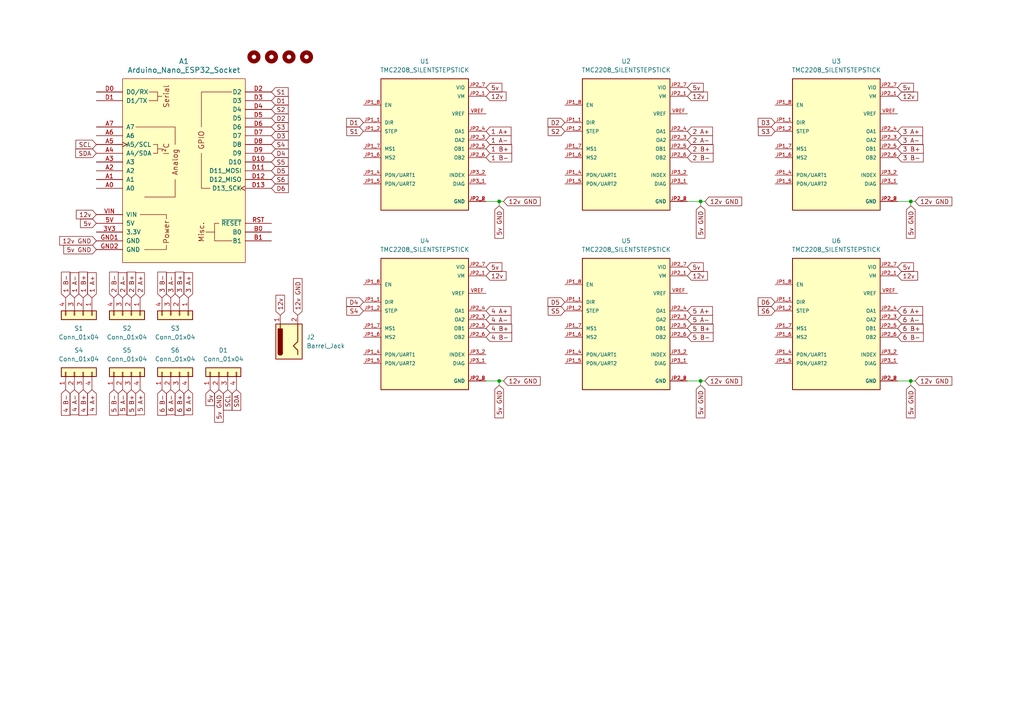
<source format=kicad_sch>
(kicad_sch
	(version 20231120)
	(generator "eeschema")
	(generator_version "8.0")
	(uuid "5a8a5f34-9c59-422d-934e-2cec6e597c60")
	(paper "A4")
	(lib_symbols
		(symbol "Connector:Barrel_Jack"
			(pin_names
				(offset 1.016)
			)
			(exclude_from_sim no)
			(in_bom yes)
			(on_board yes)
			(property "Reference" "J"
				(at 0 5.334 0)
				(effects
					(font
						(size 1.27 1.27)
					)
				)
			)
			(property "Value" "Barrel_Jack"
				(at 0 -5.08 0)
				(effects
					(font
						(size 1.27 1.27)
					)
				)
			)
			(property "Footprint" ""
				(at 1.27 -1.016 0)
				(effects
					(font
						(size 1.27 1.27)
					)
					(hide yes)
				)
			)
			(property "Datasheet" "~"
				(at 1.27 -1.016 0)
				(effects
					(font
						(size 1.27 1.27)
					)
					(hide yes)
				)
			)
			(property "Description" "DC Barrel Jack"
				(at 0 0 0)
				(effects
					(font
						(size 1.27 1.27)
					)
					(hide yes)
				)
			)
			(property "ki_keywords" "DC power barrel jack connector"
				(at 0 0 0)
				(effects
					(font
						(size 1.27 1.27)
					)
					(hide yes)
				)
			)
			(property "ki_fp_filters" "BarrelJack*"
				(at 0 0 0)
				(effects
					(font
						(size 1.27 1.27)
					)
					(hide yes)
				)
			)
			(symbol "Barrel_Jack_0_1"
				(rectangle
					(start -5.08 3.81)
					(end 5.08 -3.81)
					(stroke
						(width 0.254)
						(type default)
					)
					(fill
						(type background)
					)
				)
				(arc
					(start -3.302 3.175)
					(mid -3.9343 2.54)
					(end -3.302 1.905)
					(stroke
						(width 0.254)
						(type default)
					)
					(fill
						(type none)
					)
				)
				(arc
					(start -3.302 3.175)
					(mid -3.9343 2.54)
					(end -3.302 1.905)
					(stroke
						(width 0.254)
						(type default)
					)
					(fill
						(type outline)
					)
				)
				(polyline
					(pts
						(xy 5.08 2.54) (xy 3.81 2.54)
					)
					(stroke
						(width 0.254)
						(type default)
					)
					(fill
						(type none)
					)
				)
				(polyline
					(pts
						(xy -3.81 -2.54) (xy -2.54 -2.54) (xy -1.27 -1.27) (xy 0 -2.54) (xy 2.54 -2.54) (xy 5.08 -2.54)
					)
					(stroke
						(width 0.254)
						(type default)
					)
					(fill
						(type none)
					)
				)
				(rectangle
					(start 3.683 3.175)
					(end -3.302 1.905)
					(stroke
						(width 0.254)
						(type default)
					)
					(fill
						(type outline)
					)
				)
			)
			(symbol "Barrel_Jack_1_1"
				(pin passive line
					(at 7.62 2.54 180)
					(length 2.54)
					(name "~"
						(effects
							(font
								(size 1.27 1.27)
							)
						)
					)
					(number "1"
						(effects
							(font
								(size 1.27 1.27)
							)
						)
					)
				)
				(pin passive line
					(at 7.62 -2.54 180)
					(length 2.54)
					(name "~"
						(effects
							(font
								(size 1.27 1.27)
							)
						)
					)
					(number "2"
						(effects
							(font
								(size 1.27 1.27)
							)
						)
					)
				)
			)
		)
		(symbol "Connector_Generic:Conn_01x04"
			(pin_names
				(offset 1.016) hide)
			(exclude_from_sim no)
			(in_bom yes)
			(on_board yes)
			(property "Reference" "J"
				(at 0 5.08 0)
				(effects
					(font
						(size 1.27 1.27)
					)
				)
			)
			(property "Value" "Conn_01x04"
				(at 0 -7.62 0)
				(effects
					(font
						(size 1.27 1.27)
					)
				)
			)
			(property "Footprint" ""
				(at 0 0 0)
				(effects
					(font
						(size 1.27 1.27)
					)
					(hide yes)
				)
			)
			(property "Datasheet" "~"
				(at 0 0 0)
				(effects
					(font
						(size 1.27 1.27)
					)
					(hide yes)
				)
			)
			(property "Description" "Generic connector, single row, 01x04, script generated (kicad-library-utils/schlib/autogen/connector/)"
				(at 0 0 0)
				(effects
					(font
						(size 1.27 1.27)
					)
					(hide yes)
				)
			)
			(property "ki_keywords" "connector"
				(at 0 0 0)
				(effects
					(font
						(size 1.27 1.27)
					)
					(hide yes)
				)
			)
			(property "ki_fp_filters" "Connector*:*_1x??_*"
				(at 0 0 0)
				(effects
					(font
						(size 1.27 1.27)
					)
					(hide yes)
				)
			)
			(symbol "Conn_01x04_1_1"
				(rectangle
					(start -1.27 -4.953)
					(end 0 -5.207)
					(stroke
						(width 0.1524)
						(type default)
					)
					(fill
						(type none)
					)
				)
				(rectangle
					(start -1.27 -2.413)
					(end 0 -2.667)
					(stroke
						(width 0.1524)
						(type default)
					)
					(fill
						(type none)
					)
				)
				(rectangle
					(start -1.27 0.127)
					(end 0 -0.127)
					(stroke
						(width 0.1524)
						(type default)
					)
					(fill
						(type none)
					)
				)
				(rectangle
					(start -1.27 2.667)
					(end 0 2.413)
					(stroke
						(width 0.1524)
						(type default)
					)
					(fill
						(type none)
					)
				)
				(rectangle
					(start -1.27 3.81)
					(end 1.27 -6.35)
					(stroke
						(width 0.254)
						(type default)
					)
					(fill
						(type background)
					)
				)
				(pin passive line
					(at -5.08 2.54 0)
					(length 3.81)
					(name "Pin_1"
						(effects
							(font
								(size 1.27 1.27)
							)
						)
					)
					(number "1"
						(effects
							(font
								(size 1.27 1.27)
							)
						)
					)
				)
				(pin passive line
					(at -5.08 0 0)
					(length 3.81)
					(name "Pin_2"
						(effects
							(font
								(size 1.27 1.27)
							)
						)
					)
					(number "2"
						(effects
							(font
								(size 1.27 1.27)
							)
						)
					)
				)
				(pin passive line
					(at -5.08 -2.54 0)
					(length 3.81)
					(name "Pin_3"
						(effects
							(font
								(size 1.27 1.27)
							)
						)
					)
					(number "3"
						(effects
							(font
								(size 1.27 1.27)
							)
						)
					)
				)
				(pin passive line
					(at -5.08 -5.08 0)
					(length 3.81)
					(name "Pin_4"
						(effects
							(font
								(size 1.27 1.27)
							)
						)
					)
					(number "4"
						(effects
							(font
								(size 1.27 1.27)
							)
						)
					)
				)
			)
		)
		(symbol "Mechanical:MountingHole"
			(pin_names
				(offset 1.016)
			)
			(exclude_from_sim yes)
			(in_bom no)
			(on_board yes)
			(property "Reference" "H"
				(at 0 5.08 0)
				(effects
					(font
						(size 1.27 1.27)
					)
				)
			)
			(property "Value" "MountingHole"
				(at 0 3.175 0)
				(effects
					(font
						(size 1.27 1.27)
					)
				)
			)
			(property "Footprint" ""
				(at 0 0 0)
				(effects
					(font
						(size 1.27 1.27)
					)
					(hide yes)
				)
			)
			(property "Datasheet" "~"
				(at 0 0 0)
				(effects
					(font
						(size 1.27 1.27)
					)
					(hide yes)
				)
			)
			(property "Description" "Mounting Hole without connection"
				(at 0 0 0)
				(effects
					(font
						(size 1.27 1.27)
					)
					(hide yes)
				)
			)
			(property "ki_keywords" "mounting hole"
				(at 0 0 0)
				(effects
					(font
						(size 1.27 1.27)
					)
					(hide yes)
				)
			)
			(property "ki_fp_filters" "MountingHole*"
				(at 0 0 0)
				(effects
					(font
						(size 1.27 1.27)
					)
					(hide yes)
				)
			)
			(symbol "MountingHole_0_1"
				(circle
					(center 0 0)
					(radius 1.27)
					(stroke
						(width 1.27)
						(type default)
					)
					(fill
						(type none)
					)
				)
			)
		)
		(symbol "PCM_arduino-library:Arduino_Nano_ESP32_Socket"
			(pin_names
				(offset 1.016)
			)
			(exclude_from_sim no)
			(in_bom yes)
			(on_board yes)
			(property "Reference" "A"
				(at 0 33.02 0)
				(effects
					(font
						(size 1.524 1.524)
					)
				)
			)
			(property "Value" "Arduino_Nano_ESP32_Socket"
				(at 0 29.21 0)
				(effects
					(font
						(size 1.524 1.524)
					)
				)
			)
			(property "Footprint" "PCM_arduino-library:Arduino_Nano_ESP32_Socket"
				(at 0 -34.29 0)
				(effects
					(font
						(size 1.524 1.524)
					)
					(hide yes)
				)
			)
			(property "Datasheet" "https://docs.arduino.cc/hardware/nano-esp32"
				(at 0 -30.48 0)
				(effects
					(font
						(size 1.524 1.524)
					)
					(hide yes)
				)
			)
			(property "Description" "Socket for Arduino Nano ESP32"
				(at 0 0 0)
				(effects
					(font
						(size 1.27 1.27)
					)
					(hide yes)
				)
			)
			(property "ki_keywords" "Arduino MPU Shield"
				(at 0 0 0)
				(effects
					(font
						(size 1.27 1.27)
					)
					(hide yes)
				)
			)
			(property "ki_fp_filters" "Arduino_Nano_ESP32_Socket"
				(at 0 0 0)
				(effects
					(font
						(size 1.27 1.27)
					)
					(hide yes)
				)
			)
			(symbol "Arduino_Nano_ESP32_Socket_0_0"
				(rectangle
					(start -17.78 26.67)
					(end 17.78 -26.67)
					(stroke
						(width 0)
						(type default)
					)
					(fill
						(type background)
					)
				)
				(polyline
					(pts
						(xy -7.62 6.35) (xy -6.35 6.35)
					)
					(stroke
						(width 0)
						(type default)
					)
					(fill
						(type none)
					)
				)
				(polyline
					(pts
						(xy -7.62 21.59) (xy -6.35 21.59)
					)
					(stroke
						(width 0)
						(type default)
					)
					(fill
						(type none)
					)
				)
				(polyline
					(pts
						(xy 8.89 -17.78) (xy 6.35 -17.78)
					)
					(stroke
						(width 0)
						(type default)
					)
					(fill
						(type none)
					)
				)
				(polyline
					(pts
						(xy -11.43 -22.86) (xy -5.08 -22.86) (xy -5.08 -21.59)
					)
					(stroke
						(width 0)
						(type default)
					)
					(fill
						(type none)
					)
				)
				(polyline
					(pts
						(xy -5.08 -13.97) (xy -5.08 -12.7) (xy -12.7 -12.7)
					)
					(stroke
						(width 0)
						(type default)
					)
					(fill
						(type none)
					)
				)
				(polyline
					(pts
						(xy -10.16 22.86) (xy -7.62 22.86) (xy -7.62 20.32) (xy -10.16 20.32)
					)
					(stroke
						(width 0)
						(type default)
					)
					(fill
						(type none)
					)
				)
				(polyline
					(pts
						(xy -8.89 7.62) (xy -7.62 7.62) (xy -7.62 5.08) (xy -8.89 5.08)
					)
					(stroke
						(width 0)
						(type default)
					)
					(fill
						(type none)
					)
				)
				(text "Analog"
					(at -2.54 2.54 900)
					(effects
						(font
							(size 1.524 1.524)
						)
					)
				)
				(text "I²C"
					(at -5.08 6.35 900)
					(effects
						(font
							(size 1.524 1.524)
						)
					)
				)
				(text "Misc."
					(at 5.08 -17.78 900)
					(effects
						(font
							(size 1.524 1.524)
						)
					)
				)
				(text "Power"
					(at -5.08 -17.78 900)
					(effects
						(font
							(size 1.524 1.524)
						)
					)
				)
				(text "Serial"
					(at -5.08 21.59 900)
					(effects
						(font
							(size 1.524 1.524)
						)
					)
				)
			)
			(symbol "Arduino_Nano_ESP32_Socket_0_1"
				(polyline
					(pts
						(xy -13.97 12.7) (xy -2.54 12.7) (xy -2.54 7.62)
					)
					(stroke
						(width 0)
						(type default)
					)
					(fill
						(type none)
					)
				)
				(polyline
					(pts
						(xy -11.43 -7.62) (xy -2.54 -7.62) (xy -2.54 -2.54)
					)
					(stroke
						(width 0)
						(type default)
					)
					(fill
						(type none)
					)
				)
				(polyline
					(pts
						(xy 7.62 -5.08) (xy 5.08 -5.08) (xy 5.08 5.08)
					)
					(stroke
						(width 0)
						(type default)
					)
					(fill
						(type none)
					)
				)
				(polyline
					(pts
						(xy 13.97 22.86) (xy 5.08 22.86) (xy 5.08 12.7)
					)
					(stroke
						(width 0)
						(type default)
					)
					(fill
						(type none)
					)
				)
				(polyline
					(pts
						(xy 10.16 -15.24) (xy 8.89 -15.24) (xy 8.89 -20.32) (xy 13.97 -20.32)
					)
					(stroke
						(width 0)
						(type default)
					)
					(fill
						(type none)
					)
				)
			)
			(symbol "Arduino_Nano_ESP32_Socket_1_0"
				(text "GPIO"
					(at 5.08 8.89 900)
					(effects
						(font
							(size 1.524 1.524)
						)
					)
				)
			)
			(symbol "Arduino_Nano_ESP32_Socket_1_1"
				(pin power_out line
					(at -25.4 -17.78 0)
					(length 7.62)
					(name "3.3V"
						(effects
							(font
								(size 1.27 1.27)
							)
						)
					)
					(number "3V3"
						(effects
							(font
								(size 1.27 1.27)
							)
						)
					)
				)
				(pin power_in line
					(at -25.4 -15.24 0)
					(length 7.62)
					(name "5V"
						(effects
							(font
								(size 1.27 1.27)
							)
						)
					)
					(number "5V"
						(effects
							(font
								(size 1.27 1.27)
							)
						)
					)
				)
				(pin bidirectional line
					(at -25.4 -5.08 0)
					(length 7.62)
					(name "A0"
						(effects
							(font
								(size 1.27 1.27)
							)
						)
					)
					(number "A0"
						(effects
							(font
								(size 1.27 1.27)
							)
						)
					)
				)
				(pin bidirectional line
					(at -25.4 -2.54 0)
					(length 7.62)
					(name "A1"
						(effects
							(font
								(size 1.27 1.27)
							)
						)
					)
					(number "A1"
						(effects
							(font
								(size 1.27 1.27)
							)
						)
					)
				)
				(pin bidirectional line
					(at -25.4 0 0)
					(length 7.62)
					(name "A2"
						(effects
							(font
								(size 1.27 1.27)
							)
						)
					)
					(number "A2"
						(effects
							(font
								(size 1.27 1.27)
							)
						)
					)
				)
				(pin bidirectional line
					(at -25.4 2.54 0)
					(length 7.62)
					(name "A3"
						(effects
							(font
								(size 1.27 1.27)
							)
						)
					)
					(number "A3"
						(effects
							(font
								(size 1.27 1.27)
							)
						)
					)
				)
				(pin bidirectional line
					(at -25.4 5.08 0)
					(length 7.62)
					(name "A4/SDA"
						(effects
							(font
								(size 1.27 1.27)
							)
						)
					)
					(number "A4"
						(effects
							(font
								(size 1.27 1.27)
							)
						)
					)
				)
				(pin bidirectional clock
					(at -25.4 7.62 0)
					(length 7.62)
					(name "A5/SCL"
						(effects
							(font
								(size 1.27 1.27)
							)
						)
					)
					(number "A5"
						(effects
							(font
								(size 1.27 1.27)
							)
						)
					)
				)
				(pin input line
					(at -25.4 10.16 0)
					(length 7.62)
					(name "A6"
						(effects
							(font
								(size 1.27 1.27)
							)
						)
					)
					(number "A6"
						(effects
							(font
								(size 1.27 1.27)
							)
						)
					)
				)
				(pin input line
					(at -25.4 12.7 0)
					(length 7.62)
					(name "A7"
						(effects
							(font
								(size 1.27 1.27)
							)
						)
					)
					(number "A7"
						(effects
							(font
								(size 1.27 1.27)
							)
						)
					)
				)
				(pin bidirectional line
					(at 25.4 -17.78 180)
					(length 7.62)
					(name "B0"
						(effects
							(font
								(size 1.27 1.27)
							)
						)
					)
					(number "B0"
						(effects
							(font
								(size 1.27 1.27)
							)
						)
					)
				)
				(pin bidirectional line
					(at 25.4 -20.32 180)
					(length 7.62)
					(name "B1"
						(effects
							(font
								(size 1.27 1.27)
							)
						)
					)
					(number "B1"
						(effects
							(font
								(size 1.27 1.27)
							)
						)
					)
				)
				(pin bidirectional line
					(at -25.4 22.86 0)
					(length 7.62)
					(name "D0/RX"
						(effects
							(font
								(size 1.27 1.27)
							)
						)
					)
					(number "D0"
						(effects
							(font
								(size 1.27 1.27)
							)
						)
					)
				)
				(pin bidirectional line
					(at -25.4 20.32 0)
					(length 7.62)
					(name "D1/TX"
						(effects
							(font
								(size 1.27 1.27)
							)
						)
					)
					(number "D1"
						(effects
							(font
								(size 1.27 1.27)
							)
						)
					)
				)
				(pin bidirectional line
					(at 25.4 2.54 180)
					(length 7.62)
					(name "D10"
						(effects
							(font
								(size 1.27 1.27)
							)
						)
					)
					(number "D10"
						(effects
							(font
								(size 1.27 1.27)
							)
						)
					)
				)
				(pin bidirectional line
					(at 25.4 0 180)
					(length 7.62)
					(name "D11_MOSI"
						(effects
							(font
								(size 1.27 1.27)
							)
						)
					)
					(number "D11"
						(effects
							(font
								(size 1.27 1.27)
							)
						)
					)
				)
				(pin bidirectional line
					(at 25.4 -2.54 180)
					(length 7.62)
					(name "D12_MISO"
						(effects
							(font
								(size 1.27 1.27)
							)
						)
					)
					(number "D12"
						(effects
							(font
								(size 1.27 1.27)
							)
						)
					)
				)
				(pin bidirectional clock
					(at 25.4 -5.08 180)
					(length 7.62)
					(name "D13_SCK"
						(effects
							(font
								(size 1.27 1.27)
							)
						)
					)
					(number "D13"
						(effects
							(font
								(size 1.27 1.27)
							)
						)
					)
				)
				(pin bidirectional line
					(at 25.4 22.86 180)
					(length 7.62)
					(name "D2"
						(effects
							(font
								(size 1.27 1.27)
							)
						)
					)
					(number "D2"
						(effects
							(font
								(size 1.27 1.27)
							)
						)
					)
				)
				(pin bidirectional line
					(at 25.4 20.32 180)
					(length 7.62)
					(name "D3"
						(effects
							(font
								(size 1.27 1.27)
							)
						)
					)
					(number "D3"
						(effects
							(font
								(size 1.27 1.27)
							)
						)
					)
				)
				(pin bidirectional line
					(at 25.4 17.78 180)
					(length 7.62)
					(name "D4"
						(effects
							(font
								(size 1.27 1.27)
							)
						)
					)
					(number "D4"
						(effects
							(font
								(size 1.27 1.27)
							)
						)
					)
				)
				(pin bidirectional line
					(at 25.4 15.24 180)
					(length 7.62)
					(name "D5"
						(effects
							(font
								(size 1.27 1.27)
							)
						)
					)
					(number "D5"
						(effects
							(font
								(size 1.27 1.27)
							)
						)
					)
				)
				(pin bidirectional line
					(at 25.4 12.7 180)
					(length 7.62)
					(name "D6"
						(effects
							(font
								(size 1.27 1.27)
							)
						)
					)
					(number "D6"
						(effects
							(font
								(size 1.27 1.27)
							)
						)
					)
				)
				(pin bidirectional line
					(at 25.4 10.16 180)
					(length 7.62)
					(name "D7"
						(effects
							(font
								(size 1.27 1.27)
							)
						)
					)
					(number "D7"
						(effects
							(font
								(size 1.27 1.27)
							)
						)
					)
				)
				(pin bidirectional line
					(at 25.4 7.62 180)
					(length 7.62)
					(name "D8"
						(effects
							(font
								(size 1.27 1.27)
							)
						)
					)
					(number "D8"
						(effects
							(font
								(size 1.27 1.27)
							)
						)
					)
				)
				(pin bidirectional line
					(at 25.4 5.08 180)
					(length 7.62)
					(name "D9"
						(effects
							(font
								(size 1.27 1.27)
							)
						)
					)
					(number "D9"
						(effects
							(font
								(size 1.27 1.27)
							)
						)
					)
				)
				(pin power_in line
					(at -25.4 -20.32 0)
					(length 7.62)
					(name "GND"
						(effects
							(font
								(size 1.27 1.27)
							)
						)
					)
					(number "GND1"
						(effects
							(font
								(size 1.27 1.27)
							)
						)
					)
				)
				(pin power_in line
					(at -25.4 -22.86 0)
					(length 7.62)
					(name "GND"
						(effects
							(font
								(size 1.27 1.27)
							)
						)
					)
					(number "GND2"
						(effects
							(font
								(size 1.27 1.27)
							)
						)
					)
				)
				(pin open_collector line
					(at 25.4 -15.24 180)
					(length 7.62)
					(name "~{RESET}"
						(effects
							(font
								(size 1.27 1.27)
							)
						)
					)
					(number "RST"
						(effects
							(font
								(size 1.27 1.27)
							)
						)
					)
				)
				(pin power_in line
					(at -25.4 -12.7 0)
					(length 7.62)
					(name "VIN"
						(effects
							(font
								(size 1.27 1.27)
							)
						)
					)
					(number "VIN"
						(effects
							(font
								(size 1.27 1.27)
							)
						)
					)
				)
			)
		)
		(symbol "TMC2208:TMC2208_SILENTSTEPSTICK"
			(pin_names
				(offset 1.016)
			)
			(exclude_from_sim no)
			(in_bom yes)
			(on_board yes)
			(property "Reference" "U"
				(at -12.7 19.05 0)
				(effects
					(font
						(size 1.27 1.27)
					)
					(justify left bottom)
				)
			)
			(property "Value" "TMC2208_SILENTSTEPSTICK"
				(at -12.7 -22.86 0)
				(effects
					(font
						(size 1.27 1.27)
					)
					(justify left bottom)
				)
			)
			(property "Footprint" "TMC2208_SILENTSTEPSTICK:MODULE_TMC2208_SILENTSTEPSTICK"
				(at 0 0 0)
				(effects
					(font
						(size 1.27 1.27)
					)
					(justify bottom)
					(hide yes)
				)
			)
			(property "Datasheet" ""
				(at 0 0 0)
				(effects
					(font
						(size 1.27 1.27)
					)
					(hide yes)
				)
			)
			(property "Description" ""
				(at 0 0 0)
				(effects
					(font
						(size 1.27 1.27)
					)
					(hide yes)
				)
			)
			(property "MF" "Trinamic Motion"
				(at 0 0 0)
				(effects
					(font
						(size 1.27 1.27)
					)
					(justify bottom)
					(hide yes)
				)
			)
			(property "Description_1" "\nTMC2208 Motor Controller/Driver, Stepper Power Management Evaluation Board\n"
				(at 0 0 0)
				(effects
					(font
						(size 1.27 1.27)
					)
					(justify bottom)
					(hide yes)
				)
			)
			(property "Package" "None"
				(at 0 0 0)
				(effects
					(font
						(size 1.27 1.27)
					)
					(justify bottom)
					(hide yes)
				)
			)
			(property "Price" "None"
				(at 0 0 0)
				(effects
					(font
						(size 1.27 1.27)
					)
					(justify bottom)
					(hide yes)
				)
			)
			(property "Check_prices" "https://www.snapeda.com/parts/TMC2208%20SILENTSTEPSTICK/Trinamic+Motion+Control+GmbH/view-part/?ref=eda"
				(at 0 0 0)
				(effects
					(font
						(size 1.27 1.27)
					)
					(justify bottom)
					(hide yes)
				)
			)
			(property "SnapEDA_Link" "https://www.snapeda.com/parts/TMC2208%20SILENTSTEPSTICK/Trinamic+Motion+Control+GmbH/view-part/?ref=snap"
				(at 0 0 0)
				(effects
					(font
						(size 1.27 1.27)
					)
					(justify bottom)
					(hide yes)
				)
			)
			(property "MP" "TMC2208 SILENTSTEPSTICK"
				(at 0 0 0)
				(effects
					(font
						(size 1.27 1.27)
					)
					(justify bottom)
					(hide yes)
				)
			)
			(property "Purchase-URL" "https://www.snapeda.com/api/url_track_click_mouser/?unipart_id=2125784&manufacturer=Trinamic Motion&part_name=TMC2208 SILENTSTEPSTICK&search_term=None"
				(at 0 0 0)
				(effects
					(font
						(size 1.27 1.27)
					)
					(justify bottom)
					(hide yes)
				)
			)
			(property "Availability" "In Stock"
				(at 0 0 0)
				(effects
					(font
						(size 1.27 1.27)
					)
					(justify bottom)
					(hide yes)
				)
			)
			(property "MANUFACTURER" "Trinamic Motion"
				(at 0 0 0)
				(effects
					(font
						(size 1.27 1.27)
					)
					(justify bottom)
					(hide yes)
				)
			)
			(symbol "TMC2208_SILENTSTEPSTICK_0_0"
				(rectangle
					(start -12.7 -20.32)
					(end 12.7 17.78)
					(stroke
						(width 0.254)
						(type default)
					)
					(fill
						(type background)
					)
				)
				(pin input line
					(at -17.78 5.08 0)
					(length 5.08)
					(name "DIR"
						(effects
							(font
								(size 1.016 1.016)
							)
						)
					)
					(number "JP1_1"
						(effects
							(font
								(size 1.016 1.016)
							)
						)
					)
				)
				(pin input line
					(at -17.78 2.54 0)
					(length 5.08)
					(name "STEP"
						(effects
							(font
								(size 1.016 1.016)
							)
						)
					)
					(number "JP1_2"
						(effects
							(font
								(size 1.016 1.016)
							)
						)
					)
				)
				(pin bidirectional line
					(at -17.78 -10.16 0)
					(length 5.08)
					(name "PDN/UART1"
						(effects
							(font
								(size 1.016 1.016)
							)
						)
					)
					(number "JP1_4"
						(effects
							(font
								(size 1.016 1.016)
							)
						)
					)
				)
				(pin bidirectional line
					(at -17.78 -12.7 0)
					(length 5.08)
					(name "PDN/UART2"
						(effects
							(font
								(size 1.016 1.016)
							)
						)
					)
					(number "JP1_5"
						(effects
							(font
								(size 1.016 1.016)
							)
						)
					)
				)
				(pin input line
					(at -17.78 -5.08 0)
					(length 5.08)
					(name "MS2"
						(effects
							(font
								(size 1.016 1.016)
							)
						)
					)
					(number "JP1_6"
						(effects
							(font
								(size 1.016 1.016)
							)
						)
					)
				)
				(pin input line
					(at -17.78 -2.54 0)
					(length 5.08)
					(name "MS1"
						(effects
							(font
								(size 1.016 1.016)
							)
						)
					)
					(number "JP1_7"
						(effects
							(font
								(size 1.016 1.016)
							)
						)
					)
				)
				(pin input line
					(at -17.78 10.16 0)
					(length 5.08)
					(name "EN"
						(effects
							(font
								(size 1.016 1.016)
							)
						)
					)
					(number "JP1_8"
						(effects
							(font
								(size 1.016 1.016)
							)
						)
					)
				)
				(pin power_in line
					(at 17.78 12.7 180)
					(length 5.08)
					(name "VM"
						(effects
							(font
								(size 1.016 1.016)
							)
						)
					)
					(number "JP2_1"
						(effects
							(font
								(size 1.016 1.016)
							)
						)
					)
				)
				(pin power_in line
					(at 17.78 -17.78 180)
					(length 5.08)
					(name "GND"
						(effects
							(font
								(size 1.016 1.016)
							)
						)
					)
					(number "JP2_2"
						(effects
							(font
								(size 1.016 1.016)
							)
						)
					)
				)
				(pin passive line
					(at 17.78 0 180)
					(length 5.08)
					(name "OA2"
						(effects
							(font
								(size 1.016 1.016)
							)
						)
					)
					(number "JP2_3"
						(effects
							(font
								(size 1.016 1.016)
							)
						)
					)
				)
				(pin passive line
					(at 17.78 2.54 180)
					(length 5.08)
					(name "OA1"
						(effects
							(font
								(size 1.016 1.016)
							)
						)
					)
					(number "JP2_4"
						(effects
							(font
								(size 1.016 1.016)
							)
						)
					)
				)
				(pin passive line
					(at 17.78 -2.54 180)
					(length 5.08)
					(name "OB1"
						(effects
							(font
								(size 1.016 1.016)
							)
						)
					)
					(number "JP2_5"
						(effects
							(font
								(size 1.016 1.016)
							)
						)
					)
				)
				(pin passive line
					(at 17.78 -5.08 180)
					(length 5.08)
					(name "OB2"
						(effects
							(font
								(size 1.016 1.016)
							)
						)
					)
					(number "JP2_6"
						(effects
							(font
								(size 1.016 1.016)
							)
						)
					)
				)
				(pin power_in line
					(at 17.78 15.24 180)
					(length 5.08)
					(name "VIO"
						(effects
							(font
								(size 1.016 1.016)
							)
						)
					)
					(number "JP2_7"
						(effects
							(font
								(size 1.016 1.016)
							)
						)
					)
				)
				(pin power_in line
					(at 17.78 -17.78 180)
					(length 5.08)
					(name "GND"
						(effects
							(font
								(size 1.016 1.016)
							)
						)
					)
					(number "JP2_8"
						(effects
							(font
								(size 1.016 1.016)
							)
						)
					)
				)
				(pin output line
					(at 17.78 -12.7 180)
					(length 5.08)
					(name "DIAG"
						(effects
							(font
								(size 1.016 1.016)
							)
						)
					)
					(number "JP3_1"
						(effects
							(font
								(size 1.016 1.016)
							)
						)
					)
				)
				(pin output line
					(at 17.78 -10.16 180)
					(length 5.08)
					(name "INDEX"
						(effects
							(font
								(size 1.016 1.016)
							)
						)
					)
					(number "JP3_2"
						(effects
							(font
								(size 1.016 1.016)
							)
						)
					)
				)
				(pin passive line
					(at 17.78 7.62 180)
					(length 5.08)
					(name "VREF"
						(effects
							(font
								(size 1.016 1.016)
							)
						)
					)
					(number "VREF"
						(effects
							(font
								(size 1.016 1.016)
							)
						)
					)
				)
			)
		)
	)
	(junction
		(at 203.2 58.42)
		(diameter 0)
		(color 0 0 0 0)
		(uuid "15b1ca9b-540a-4835-8d4c-6cc2666c52ab")
	)
	(junction
		(at 144.78 58.42)
		(diameter 0)
		(color 0 0 0 0)
		(uuid "1c16aa01-db13-4a0c-8e3a-1ec93afe900a")
	)
	(junction
		(at 144.78 110.49)
		(diameter 0)
		(color 0 0 0 0)
		(uuid "5bfa6d90-06d0-49cb-99d7-92ba701e3242")
	)
	(junction
		(at 264.16 58.42)
		(diameter 0)
		(color 0 0 0 0)
		(uuid "62782328-3a44-4b82-ad1d-1fc384f59f5e")
	)
	(junction
		(at 264.16 110.49)
		(diameter 0)
		(color 0 0 0 0)
		(uuid "c532e60d-c737-40c3-a188-8c9d4cd51690")
	)
	(junction
		(at 203.2 110.49)
		(diameter 0)
		(color 0 0 0 0)
		(uuid "f0faf290-47a3-4a7f-abdf-fae9580c9a77")
	)
	(wire
		(pts
			(xy 144.78 110.49) (xy 140.97 110.49)
		)
		(stroke
			(width 0)
			(type default)
		)
		(uuid "1767c86f-750e-40ff-9518-c33dc9805fa4")
	)
	(wire
		(pts
			(xy 204.47 58.42) (xy 203.2 58.42)
		)
		(stroke
			(width 0)
			(type default)
		)
		(uuid "2455000e-ed55-47bf-a748-3a4d986079ec")
	)
	(wire
		(pts
			(xy 264.16 110.49) (xy 264.16 111.76)
		)
		(stroke
			(width 0)
			(type default)
		)
		(uuid "2c171b5a-3f56-46ce-9d50-8be3346ff47d")
	)
	(wire
		(pts
			(xy 265.43 110.49) (xy 264.16 110.49)
		)
		(stroke
			(width 0)
			(type default)
		)
		(uuid "39d3b094-a9eb-4a52-9b97-f249a3d54459")
	)
	(wire
		(pts
			(xy 265.43 58.42) (xy 264.16 58.42)
		)
		(stroke
			(width 0)
			(type default)
		)
		(uuid "4128bdb2-ce98-489a-a3aa-7f629308e579")
	)
	(wire
		(pts
			(xy 146.05 110.49) (xy 144.78 110.49)
		)
		(stroke
			(width 0)
			(type default)
		)
		(uuid "54b34545-6cc6-4342-90fb-1359ae8b5343")
	)
	(wire
		(pts
			(xy 203.2 58.42) (xy 203.2 59.69)
		)
		(stroke
			(width 0)
			(type default)
		)
		(uuid "56a7da36-2777-425f-83dd-dbebfc935892")
	)
	(wire
		(pts
			(xy 203.2 110.49) (xy 203.2 111.76)
		)
		(stroke
			(width 0)
			(type default)
		)
		(uuid "6de267b0-b4f1-4c96-a776-464adcfe1268")
	)
	(wire
		(pts
			(xy 144.78 110.49) (xy 144.78 111.76)
		)
		(stroke
			(width 0)
			(type default)
		)
		(uuid "708ceb7a-d39c-47c7-9ee9-8d9af5aa0aef")
	)
	(wire
		(pts
			(xy 264.16 110.49) (xy 260.35 110.49)
		)
		(stroke
			(width 0)
			(type default)
		)
		(uuid "85da145d-daf4-41b7-8286-2b758bbe8510")
	)
	(wire
		(pts
			(xy 264.16 58.42) (xy 264.16 59.69)
		)
		(stroke
			(width 0)
			(type default)
		)
		(uuid "9c72bff0-7c0e-4328-88ef-bc6188c6f5d3")
	)
	(wire
		(pts
			(xy 144.78 58.42) (xy 140.97 58.42)
		)
		(stroke
			(width 0)
			(type default)
		)
		(uuid "9d5f6f04-d1b1-4b24-85d4-101dafe11476")
	)
	(wire
		(pts
			(xy 264.16 58.42) (xy 260.35 58.42)
		)
		(stroke
			(width 0)
			(type default)
		)
		(uuid "af63a085-012c-4e70-b0d5-692e20dc5378")
	)
	(wire
		(pts
			(xy 204.47 110.49) (xy 203.2 110.49)
		)
		(stroke
			(width 0)
			(type default)
		)
		(uuid "b61f21cb-075b-4aac-8238-be53e089a7d0")
	)
	(wire
		(pts
			(xy 144.78 58.42) (xy 144.78 59.69)
		)
		(stroke
			(width 0)
			(type default)
		)
		(uuid "bc591931-9b69-415f-8d02-acacc1fc9eef")
	)
	(wire
		(pts
			(xy 146.05 58.42) (xy 144.78 58.42)
		)
		(stroke
			(width 0)
			(type default)
		)
		(uuid "d3116df7-b142-4395-bdf4-16cde14370d3")
	)
	(wire
		(pts
			(xy 203.2 58.42) (xy 199.39 58.42)
		)
		(stroke
			(width 0)
			(type default)
		)
		(uuid "e26d2296-df1d-484d-b9c1-3ef1144f9a73")
	)
	(wire
		(pts
			(xy 203.2 110.49) (xy 199.39 110.49)
		)
		(stroke
			(width 0)
			(type default)
		)
		(uuid "ed31d3d7-0db5-4c31-b492-b98ed5ac0692")
	)
	(global_label "2 B-"
		(shape input)
		(at 33.02 86.36 90)
		(fields_autoplaced yes)
		(effects
			(font
				(size 1.27 1.27)
			)
			(justify left)
		)
		(uuid "014d0b3b-8a6a-4e3b-ba28-50bb3f29340e")
		(property "Intersheetrefs" "${INTERSHEET_REFS}"
			(at 33.02 78.3553 90)
			(effects
				(font
					(size 1.27 1.27)
				)
				(justify left)
				(hide yes)
			)
		)
	)
	(global_label "12v"
		(shape input)
		(at 260.35 27.94 0)
		(fields_autoplaced yes)
		(effects
			(font
				(size 1.27 1.27)
			)
			(justify left)
		)
		(uuid "0a5f0199-260f-4807-a6d5-f5034470fd1f")
		(property "Intersheetrefs" "${INTERSHEET_REFS}"
			(at 266.7218 27.94 0)
			(effects
				(font
					(size 1.27 1.27)
				)
				(justify left)
				(hide yes)
			)
		)
	)
	(global_label "12v GND"
		(shape input)
		(at 27.94 69.85 180)
		(fields_autoplaced yes)
		(effects
			(font
				(size 1.27 1.27)
			)
			(justify right)
		)
		(uuid "0ddce3e6-703f-4e06-b86f-13cc5dde1dc4")
		(property "Intersheetrefs" "${INTERSHEET_REFS}"
			(at 16.7301 69.85 0)
			(effects
				(font
					(size 1.27 1.27)
				)
				(justify right)
				(hide yes)
			)
		)
	)
	(global_label "S1"
		(shape input)
		(at 105.41 38.1 180)
		(fields_autoplaced yes)
		(effects
			(font
				(size 1.27 1.27)
			)
			(justify right)
		)
		(uuid "0dfb7b40-bd4e-4954-8340-80a50b624e9f")
		(property "Intersheetrefs" "${INTERSHEET_REFS}"
			(at 100.0058 38.1 0)
			(effects
				(font
					(size 1.27 1.27)
				)
				(justify right)
				(hide yes)
			)
		)
	)
	(global_label "2 A-"
		(shape input)
		(at 35.56 86.36 90)
		(fields_autoplaced yes)
		(effects
			(font
				(size 1.27 1.27)
			)
			(justify left)
		)
		(uuid "11aa3b95-6390-4ab6-be17-7180b3e40b6f")
		(property "Intersheetrefs" "${INTERSHEET_REFS}"
			(at 35.56 78.5367 90)
			(effects
				(font
					(size 1.27 1.27)
				)
				(justify left)
				(hide yes)
			)
		)
	)
	(global_label "6 A+"
		(shape input)
		(at 54.61 113.03 270)
		(fields_autoplaced yes)
		(effects
			(font
				(size 1.27 1.27)
			)
			(justify right)
		)
		(uuid "1558cfad-61a0-4113-8c5d-65f2cdb38d7b")
		(property "Intersheetrefs" "${INTERSHEET_REFS}"
			(at 54.61 120.8533 90)
			(effects
				(font
					(size 1.27 1.27)
				)
				(justify right)
				(hide yes)
			)
		)
	)
	(global_label "12v"
		(shape input)
		(at 199.39 27.94 0)
		(fields_autoplaced yes)
		(effects
			(font
				(size 1.27 1.27)
			)
			(justify left)
		)
		(uuid "1569ac55-ee4e-491f-98d5-8172b68abfac")
		(property "Intersheetrefs" "${INTERSHEET_REFS}"
			(at 205.7618 27.94 0)
			(effects
				(font
					(size 1.27 1.27)
				)
				(justify left)
				(hide yes)
			)
		)
	)
	(global_label "5v"
		(shape input)
		(at 27.94 64.77 180)
		(fields_autoplaced yes)
		(effects
			(font
				(size 1.27 1.27)
			)
			(justify right)
		)
		(uuid "19999455-0d2d-40de-9175-fd770756d226")
		(property "Intersheetrefs" "${INTERSHEET_REFS}"
			(at 22.7777 64.77 0)
			(effects
				(font
					(size 1.27 1.27)
				)
				(justify right)
				(hide yes)
			)
		)
	)
	(global_label "1 A+"
		(shape input)
		(at 26.67 86.36 90)
		(fields_autoplaced yes)
		(effects
			(font
				(size 1.27 1.27)
			)
			(justify left)
		)
		(uuid "1bc08ce7-e5e7-46da-a3eb-d90237cb8347")
		(property "Intersheetrefs" "${INTERSHEET_REFS}"
			(at 26.67 78.5367 90)
			(effects
				(font
					(size 1.27 1.27)
				)
				(justify left)
				(hide yes)
			)
		)
	)
	(global_label "D3"
		(shape input)
		(at 78.74 39.37 0)
		(fields_autoplaced yes)
		(effects
			(font
				(size 1.27 1.27)
			)
			(justify left)
		)
		(uuid "1d1f8d0e-c32e-459e-afa4-1249d9d40ab3")
		(property "Intersheetrefs" "${INTERSHEET_REFS}"
			(at 84.2047 39.37 0)
			(effects
				(font
					(size 1.27 1.27)
				)
				(justify left)
				(hide yes)
			)
		)
	)
	(global_label "12v"
		(shape input)
		(at 27.94 62.23 180)
		(fields_autoplaced yes)
		(effects
			(font
				(size 1.27 1.27)
			)
			(justify right)
		)
		(uuid "1f51ad87-890b-4a80-94d1-1d0554a0aae4")
		(property "Intersheetrefs" "${INTERSHEET_REFS}"
			(at 21.5682 62.23 0)
			(effects
				(font
					(size 1.27 1.27)
				)
				(justify right)
				(hide yes)
			)
		)
	)
	(global_label "5 B-"
		(shape input)
		(at 199.39 97.79 0)
		(fields_autoplaced yes)
		(effects
			(font
				(size 1.27 1.27)
			)
			(justify left)
		)
		(uuid "1f730166-bbbb-4bc7-a916-50fc12d4a0ba")
		(property "Intersheetrefs" "${INTERSHEET_REFS}"
			(at 207.3947 97.79 0)
			(effects
				(font
					(size 1.27 1.27)
				)
				(justify left)
				(hide yes)
			)
		)
	)
	(global_label "2 A-"
		(shape input)
		(at 199.39 40.64 0)
		(fields_autoplaced yes)
		(effects
			(font
				(size 1.27 1.27)
			)
			(justify left)
		)
		(uuid "20b36bfc-3f95-4e5b-8d11-40246646e4a4")
		(property "Intersheetrefs" "${INTERSHEET_REFS}"
			(at 207.2133 40.64 0)
			(effects
				(font
					(size 1.27 1.27)
				)
				(justify left)
				(hide yes)
			)
		)
	)
	(global_label "3 B+"
		(shape input)
		(at 52.07 86.36 90)
		(fields_autoplaced yes)
		(effects
			(font
				(size 1.27 1.27)
			)
			(justify left)
		)
		(uuid "249578c1-8493-4acb-bb38-c517366d5c23")
		(property "Intersheetrefs" "${INTERSHEET_REFS}"
			(at 52.07 78.3553 90)
			(effects
				(font
					(size 1.27 1.27)
				)
				(justify left)
				(hide yes)
			)
		)
	)
	(global_label "6 B+"
		(shape input)
		(at 52.07 113.03 270)
		(fields_autoplaced yes)
		(effects
			(font
				(size 1.27 1.27)
			)
			(justify right)
		)
		(uuid "249c7beb-4d4d-4404-93e0-31229c2c1794")
		(property "Intersheetrefs" "${INTERSHEET_REFS}"
			(at 52.07 121.0347 90)
			(effects
				(font
					(size 1.27 1.27)
				)
				(justify right)
				(hide yes)
			)
		)
	)
	(global_label "2 A+"
		(shape input)
		(at 40.64 86.36 90)
		(fields_autoplaced yes)
		(effects
			(font
				(size 1.27 1.27)
			)
			(justify left)
		)
		(uuid "249f01ba-5668-4760-8dc7-305252c33236")
		(property "Intersheetrefs" "${INTERSHEET_REFS}"
			(at 40.64 78.5367 90)
			(effects
				(font
					(size 1.27 1.27)
				)
				(justify left)
				(hide yes)
			)
		)
	)
	(global_label "5 A-"
		(shape input)
		(at 35.56 113.03 270)
		(fields_autoplaced yes)
		(effects
			(font
				(size 1.27 1.27)
			)
			(justify right)
		)
		(uuid "2858bbf3-b5a8-4869-8f7f-e3823a8da439")
		(property "Intersheetrefs" "${INTERSHEET_REFS}"
			(at 35.56 120.8533 90)
			(effects
				(font
					(size 1.27 1.27)
				)
				(justify right)
				(hide yes)
			)
		)
	)
	(global_label "S4"
		(shape input)
		(at 105.41 90.17 180)
		(fields_autoplaced yes)
		(effects
			(font
				(size 1.27 1.27)
			)
			(justify right)
		)
		(uuid "2a183c97-8dcb-46b5-ae10-1434bd413f4d")
		(property "Intersheetrefs" "${INTERSHEET_REFS}"
			(at 100.0058 90.17 0)
			(effects
				(font
					(size 1.27 1.27)
				)
				(justify right)
				(hide yes)
			)
		)
	)
	(global_label "1 A-"
		(shape input)
		(at 140.97 40.64 0)
		(fields_autoplaced yes)
		(effects
			(font
				(size 1.27 1.27)
			)
			(justify left)
		)
		(uuid "2ae7832c-d04b-4a0f-9d4c-9df14ab3962b")
		(property "Intersheetrefs" "${INTERSHEET_REFS}"
			(at 148.7933 40.64 0)
			(effects
				(font
					(size 1.27 1.27)
				)
				(justify left)
				(hide yes)
			)
		)
	)
	(global_label "5v"
		(shape input)
		(at 60.96 113.03 270)
		(fields_autoplaced yes)
		(effects
			(font
				(size 1.27 1.27)
			)
			(justify right)
		)
		(uuid "2c87d59f-3eeb-49ce-b1ae-ae1864f9f44f")
		(property "Intersheetrefs" "${INTERSHEET_REFS}"
			(at 60.96 118.1923 90)
			(effects
				(font
					(size 1.27 1.27)
				)
				(justify right)
				(hide yes)
			)
		)
	)
	(global_label "4 A+"
		(shape input)
		(at 140.97 90.17 0)
		(fields_autoplaced yes)
		(effects
			(font
				(size 1.27 1.27)
			)
			(justify left)
		)
		(uuid "2cdae135-b1c3-4bf1-bcb5-ba9c955f493a")
		(property "Intersheetrefs" "${INTERSHEET_REFS}"
			(at 148.7933 90.17 0)
			(effects
				(font
					(size 1.27 1.27)
				)
				(justify left)
				(hide yes)
			)
		)
	)
	(global_label "6 B+"
		(shape input)
		(at 260.35 95.25 0)
		(fields_autoplaced yes)
		(effects
			(font
				(size 1.27 1.27)
			)
			(justify left)
		)
		(uuid "30d88196-9ec4-4d85-81b6-eeb26655aa81")
		(property "Intersheetrefs" "${INTERSHEET_REFS}"
			(at 268.3547 95.25 0)
			(effects
				(font
					(size 1.27 1.27)
				)
				(justify left)
				(hide yes)
			)
		)
	)
	(global_label "2 B-"
		(shape input)
		(at 199.39 45.72 0)
		(fields_autoplaced yes)
		(effects
			(font
				(size 1.27 1.27)
			)
			(justify left)
		)
		(uuid "311a4016-745d-46c6-a575-15932d7918cc")
		(property "Intersheetrefs" "${INTERSHEET_REFS}"
			(at 207.3947 45.72 0)
			(effects
				(font
					(size 1.27 1.27)
				)
				(justify left)
				(hide yes)
			)
		)
	)
	(global_label "5v GND"
		(shape input)
		(at 264.16 59.69 270)
		(fields_autoplaced yes)
		(effects
			(font
				(size 1.27 1.27)
			)
			(justify right)
		)
		(uuid "34d0d314-9586-4727-87e4-d52169c37b38")
		(property "Intersheetrefs" "${INTERSHEET_REFS}"
			(at 264.16 69.6904 90)
			(effects
				(font
					(size 1.27 1.27)
				)
				(justify right)
				(hide yes)
			)
		)
	)
	(global_label "D6"
		(shape input)
		(at 224.79 87.63 180)
		(fields_autoplaced yes)
		(effects
			(font
				(size 1.27 1.27)
			)
			(justify right)
		)
		(uuid "34e3aac9-be89-44e5-9d37-be4806617c5e")
		(property "Intersheetrefs" "${INTERSHEET_REFS}"
			(at 219.3253 87.63 0)
			(effects
				(font
					(size 1.27 1.27)
				)
				(justify right)
				(hide yes)
			)
		)
	)
	(global_label "12v"
		(shape input)
		(at 199.39 80.01 0)
		(fields_autoplaced yes)
		(effects
			(font
				(size 1.27 1.27)
			)
			(justify left)
		)
		(uuid "3e54a3f6-f3fa-4e9b-b224-6f1423d6c90c")
		(property "Intersheetrefs" "${INTERSHEET_REFS}"
			(at 205.7618 80.01 0)
			(effects
				(font
					(size 1.27 1.27)
				)
				(justify left)
				(hide yes)
			)
		)
	)
	(global_label "S6"
		(shape input)
		(at 224.79 90.17 180)
		(fields_autoplaced yes)
		(effects
			(font
				(size 1.27 1.27)
			)
			(justify right)
		)
		(uuid "4467251d-fa49-44d1-9c65-30f377d0d690")
		(property "Intersheetrefs" "${INTERSHEET_REFS}"
			(at 219.3858 90.17 0)
			(effects
				(font
					(size 1.27 1.27)
				)
				(justify right)
				(hide yes)
			)
		)
	)
	(global_label "6 A+"
		(shape input)
		(at 260.35 90.17 0)
		(fields_autoplaced yes)
		(effects
			(font
				(size 1.27 1.27)
			)
			(justify left)
		)
		(uuid "44a334fc-d4fc-4326-a066-1b4936e66f4d")
		(property "Intersheetrefs" "${INTERSHEET_REFS}"
			(at 268.1733 90.17 0)
			(effects
				(font
					(size 1.27 1.27)
				)
				(justify left)
				(hide yes)
			)
		)
	)
	(global_label "12v"
		(shape input)
		(at 140.97 80.01 0)
		(fields_autoplaced yes)
		(effects
			(font
				(size 1.27 1.27)
			)
			(justify left)
		)
		(uuid "44d54af8-b5ea-4dc7-b736-6770189c5350")
		(property "Intersheetrefs" "${INTERSHEET_REFS}"
			(at 147.3418 80.01 0)
			(effects
				(font
					(size 1.27 1.27)
				)
				(justify left)
				(hide yes)
			)
		)
	)
	(global_label "D4"
		(shape input)
		(at 78.74 44.45 0)
		(fields_autoplaced yes)
		(effects
			(font
				(size 1.27 1.27)
			)
			(justify left)
		)
		(uuid "47b3a222-1483-4952-9f2f-426066eb56c7")
		(property "Intersheetrefs" "${INTERSHEET_REFS}"
			(at 84.2047 44.45 0)
			(effects
				(font
					(size 1.27 1.27)
				)
				(justify left)
				(hide yes)
			)
		)
	)
	(global_label "1 B+"
		(shape input)
		(at 140.97 43.18 0)
		(fields_autoplaced yes)
		(effects
			(font
				(size 1.27 1.27)
			)
			(justify left)
		)
		(uuid "48efcfbe-a1a6-42e0-b793-7da690c0bd02")
		(property "Intersheetrefs" "${INTERSHEET_REFS}"
			(at 148.9747 43.18 0)
			(effects
				(font
					(size 1.27 1.27)
				)
				(justify left)
				(hide yes)
			)
		)
	)
	(global_label "12v GND"
		(shape input)
		(at 204.47 58.42 0)
		(fields_autoplaced yes)
		(effects
			(font
				(size 1.27 1.27)
			)
			(justify left)
		)
		(uuid "4bad63c5-32fa-4b8f-9553-fdd1421dbdca")
		(property "Intersheetrefs" "${INTERSHEET_REFS}"
			(at 215.6799 58.42 0)
			(effects
				(font
					(size 1.27 1.27)
				)
				(justify left)
				(hide yes)
			)
		)
	)
	(global_label "1 B+"
		(shape input)
		(at 24.13 86.36 90)
		(fields_autoplaced yes)
		(effects
			(font
				(size 1.27 1.27)
			)
			(justify left)
		)
		(uuid "4c1f7700-8203-4d42-8460-906544cda0a8")
		(property "Intersheetrefs" "${INTERSHEET_REFS}"
			(at 24.13 78.3553 90)
			(effects
				(font
					(size 1.27 1.27)
				)
				(justify left)
				(hide yes)
			)
		)
	)
	(global_label "2 B+"
		(shape input)
		(at 38.1 86.36 90)
		(fields_autoplaced yes)
		(effects
			(font
				(size 1.27 1.27)
			)
			(justify left)
		)
		(uuid "4dfe696b-4c74-451e-a6a3-0343d91c9a49")
		(property "Intersheetrefs" "${INTERSHEET_REFS}"
			(at 38.1 78.3553 90)
			(effects
				(font
					(size 1.27 1.27)
				)
				(justify left)
				(hide yes)
			)
		)
	)
	(global_label "D1"
		(shape input)
		(at 105.41 35.56 180)
		(fields_autoplaced yes)
		(effects
			(font
				(size 1.27 1.27)
			)
			(justify right)
		)
		(uuid "53e2bbd1-40c4-44e3-b239-5aa4be4b49af")
		(property "Intersheetrefs" "${INTERSHEET_REFS}"
			(at 99.9453 35.56 0)
			(effects
				(font
					(size 1.27 1.27)
				)
				(justify right)
				(hide yes)
			)
		)
	)
	(global_label "D1"
		(shape input)
		(at 78.74 29.21 0)
		(fields_autoplaced yes)
		(effects
			(font
				(size 1.27 1.27)
			)
			(justify left)
		)
		(uuid "55bcf8f9-8f81-4b6f-86c4-6931e13e5cbe")
		(property "Intersheetrefs" "${INTERSHEET_REFS}"
			(at 84.2047 29.21 0)
			(effects
				(font
					(size 1.27 1.27)
				)
				(justify left)
				(hide yes)
			)
		)
	)
	(global_label "2 B+"
		(shape input)
		(at 199.39 43.18 0)
		(fields_autoplaced yes)
		(effects
			(font
				(size 1.27 1.27)
			)
			(justify left)
		)
		(uuid "5870ffe2-54e6-44cb-b636-8feb92c88d90")
		(property "Intersheetrefs" "${INTERSHEET_REFS}"
			(at 207.3947 43.18 0)
			(effects
				(font
					(size 1.27 1.27)
				)
				(justify left)
				(hide yes)
			)
		)
	)
	(global_label "6 B-"
		(shape input)
		(at 260.35 97.79 0)
		(fields_autoplaced yes)
		(effects
			(font
				(size 1.27 1.27)
			)
			(justify left)
		)
		(uuid "5b8a5a45-04b6-4d7c-9783-bad9c5c94252")
		(property "Intersheetrefs" "${INTERSHEET_REFS}"
			(at 268.3547 97.79 0)
			(effects
				(font
					(size 1.27 1.27)
				)
				(justify left)
				(hide yes)
			)
		)
	)
	(global_label "5v GND"
		(shape input)
		(at 203.2 59.69 270)
		(fields_autoplaced yes)
		(effects
			(font
				(size 1.27 1.27)
			)
			(justify right)
		)
		(uuid "5c1a7f82-9c6a-4cbe-86f6-bff704972fdf")
		(property "Intersheetrefs" "${INTERSHEET_REFS}"
			(at 203.2 69.6904 90)
			(effects
				(font
					(size 1.27 1.27)
				)
				(justify right)
				(hide yes)
			)
		)
	)
	(global_label "5v"
		(shape input)
		(at 260.35 77.47 0)
		(fields_autoplaced yes)
		(effects
			(font
				(size 1.27 1.27)
			)
			(justify left)
		)
		(uuid "5fc95898-5b3a-484d-8593-bf03bcfd8372")
		(property "Intersheetrefs" "${INTERSHEET_REFS}"
			(at 265.5123 77.47 0)
			(effects
				(font
					(size 1.27 1.27)
				)
				(justify left)
				(hide yes)
			)
		)
	)
	(global_label "5v GND"
		(shape input)
		(at 203.2 111.76 270)
		(fields_autoplaced yes)
		(effects
			(font
				(size 1.27 1.27)
			)
			(justify right)
		)
		(uuid "6357b8a6-09a1-4d28-8ab1-134429e8efbf")
		(property "Intersheetrefs" "${INTERSHEET_REFS}"
			(at 203.2 121.7604 90)
			(effects
				(font
					(size 1.27 1.27)
				)
				(justify right)
				(hide yes)
			)
		)
	)
	(global_label "3 A-"
		(shape input)
		(at 49.53 86.36 90)
		(fields_autoplaced yes)
		(effects
			(font
				(size 1.27 1.27)
			)
			(justify left)
		)
		(uuid "643ea95c-a006-4ee8-93be-8514b3b1176e")
		(property "Intersheetrefs" "${INTERSHEET_REFS}"
			(at 49.53 78.5367 90)
			(effects
				(font
					(size 1.27 1.27)
				)
				(justify left)
				(hide yes)
			)
		)
	)
	(global_label "3 B+"
		(shape input)
		(at 260.35 43.18 0)
		(fields_autoplaced yes)
		(effects
			(font
				(size 1.27 1.27)
			)
			(justify left)
		)
		(uuid "6c7528e6-ba3c-4cb2-8102-8e9a67370243")
		(property "Intersheetrefs" "${INTERSHEET_REFS}"
			(at 268.3547 43.18 0)
			(effects
				(font
					(size 1.27 1.27)
				)
				(justify left)
				(hide yes)
			)
		)
	)
	(global_label "4 B-"
		(shape input)
		(at 19.05 113.03 270)
		(fields_autoplaced yes)
		(effects
			(font
				(size 1.27 1.27)
			)
			(justify right)
		)
		(uuid "6dbeccba-264c-45fb-8654-29f0957455d0")
		(property "Intersheetrefs" "${INTERSHEET_REFS}"
			(at 19.05 121.0347 90)
			(effects
				(font
					(size 1.27 1.27)
				)
				(justify right)
				(hide yes)
			)
		)
	)
	(global_label "12v"
		(shape input)
		(at 260.35 80.01 0)
		(fields_autoplaced yes)
		(effects
			(font
				(size 1.27 1.27)
			)
			(justify left)
		)
		(uuid "6f1dae78-d720-46e1-974b-a4de9c76a0a5")
		(property "Intersheetrefs" "${INTERSHEET_REFS}"
			(at 266.7218 80.01 0)
			(effects
				(font
					(size 1.27 1.27)
				)
				(justify left)
				(hide yes)
			)
		)
	)
	(global_label "12v"
		(shape input)
		(at 140.97 27.94 0)
		(fields_autoplaced yes)
		(effects
			(font
				(size 1.27 1.27)
			)
			(justify left)
		)
		(uuid "7054872c-2564-4e3e-90cc-eda78e224dbe")
		(property "Intersheetrefs" "${INTERSHEET_REFS}"
			(at 147.3418 27.94 0)
			(effects
				(font
					(size 1.27 1.27)
				)
				(justify left)
				(hide yes)
			)
		)
	)
	(global_label "3 A+"
		(shape input)
		(at 260.35 38.1 0)
		(fields_autoplaced yes)
		(effects
			(font
				(size 1.27 1.27)
			)
			(justify left)
		)
		(uuid "72cd2821-c38f-4bab-8b64-567f1f04da63")
		(property "Intersheetrefs" "${INTERSHEET_REFS}"
			(at 268.1733 38.1 0)
			(effects
				(font
					(size 1.27 1.27)
				)
				(justify left)
				(hide yes)
			)
		)
	)
	(global_label "D4"
		(shape input)
		(at 105.41 87.63 180)
		(fields_autoplaced yes)
		(effects
			(font
				(size 1.27 1.27)
			)
			(justify right)
		)
		(uuid "76564c19-90cb-468c-a7a5-64c4badae8b0")
		(property "Intersheetrefs" "${INTERSHEET_REFS}"
			(at 99.9453 87.63 0)
			(effects
				(font
					(size 1.27 1.27)
				)
				(justify right)
				(hide yes)
			)
		)
	)
	(global_label "5 B-"
		(shape input)
		(at 33.02 113.03 270)
		(fields_autoplaced yes)
		(effects
			(font
				(size 1.27 1.27)
			)
			(justify right)
		)
		(uuid "77c47126-3cbe-42e0-93ec-428b0204ec32")
		(property "Intersheetrefs" "${INTERSHEET_REFS}"
			(at 33.02 121.0347 90)
			(effects
				(font
					(size 1.27 1.27)
				)
				(justify right)
				(hide yes)
			)
		)
	)
	(global_label "5 A-"
		(shape input)
		(at 199.39 92.71 0)
		(fields_autoplaced yes)
		(effects
			(font
				(size 1.27 1.27)
			)
			(justify left)
		)
		(uuid "78586017-a127-41d6-9888-b018a326d24a")
		(property "Intersheetrefs" "${INTERSHEET_REFS}"
			(at 207.2133 92.71 0)
			(effects
				(font
					(size 1.27 1.27)
				)
				(justify left)
				(hide yes)
			)
		)
	)
	(global_label "S4"
		(shape input)
		(at 78.74 41.91 0)
		(fields_autoplaced yes)
		(effects
			(font
				(size 1.27 1.27)
			)
			(justify left)
		)
		(uuid "7982307d-512a-43bd-96b6-e6648f9548c2")
		(property "Intersheetrefs" "${INTERSHEET_REFS}"
			(at 84.1442 41.91 0)
			(effects
				(font
					(size 1.27 1.27)
				)
				(justify left)
				(hide yes)
			)
		)
	)
	(global_label "SCL"
		(shape input)
		(at 27.94 41.91 180)
		(fields_autoplaced yes)
		(effects
			(font
				(size 1.27 1.27)
			)
			(justify right)
		)
		(uuid "7a269920-fb8a-43b1-87b1-81935cd9ab58")
		(property "Intersheetrefs" "${INTERSHEET_REFS}"
			(at 21.4472 41.91 0)
			(effects
				(font
					(size 1.27 1.27)
				)
				(justify right)
				(hide yes)
			)
		)
	)
	(global_label "SDA"
		(shape input)
		(at 68.58 113.03 270)
		(fields_autoplaced yes)
		(effects
			(font
				(size 1.27 1.27)
			)
			(justify right)
		)
		(uuid "7aa88ae7-4482-4c6b-a42f-8e2514e86d90")
		(property "Intersheetrefs" "${INTERSHEET_REFS}"
			(at 68.58 119.5833 90)
			(effects
				(font
					(size 1.27 1.27)
				)
				(justify right)
				(hide yes)
			)
		)
	)
	(global_label "S1"
		(shape input)
		(at 78.74 26.67 0)
		(fields_autoplaced yes)
		(effects
			(font
				(size 1.27 1.27)
			)
			(justify left)
		)
		(uuid "7af49a9d-572d-4dd1-b497-6c4652ce269d")
		(property "Intersheetrefs" "${INTERSHEET_REFS}"
			(at 84.1442 26.67 0)
			(effects
				(font
					(size 1.27 1.27)
				)
				(justify left)
				(hide yes)
			)
		)
	)
	(global_label "D6"
		(shape input)
		(at 78.74 54.61 0)
		(fields_autoplaced yes)
		(effects
			(font
				(size 1.27 1.27)
			)
			(justify left)
		)
		(uuid "7b904132-215c-423b-b89e-b89de601961a")
		(property "Intersheetrefs" "${INTERSHEET_REFS}"
			(at 84.2047 54.61 0)
			(effects
				(font
					(size 1.27 1.27)
				)
				(justify left)
				(hide yes)
			)
		)
	)
	(global_label "D2"
		(shape input)
		(at 78.74 34.29 0)
		(fields_autoplaced yes)
		(effects
			(font
				(size 1.27 1.27)
			)
			(justify left)
		)
		(uuid "7cac4c22-c454-4da3-8ea1-9953a34e371b")
		(property "Intersheetrefs" "${INTERSHEET_REFS}"
			(at 84.2047 34.29 0)
			(effects
				(font
					(size 1.27 1.27)
				)
				(justify left)
				(hide yes)
			)
		)
	)
	(global_label "S3"
		(shape input)
		(at 224.79 38.1 180)
		(fields_autoplaced yes)
		(effects
			(font
				(size 1.27 1.27)
			)
			(justify right)
		)
		(uuid "7ef0fd05-fb37-4193-acfa-88942830b130")
		(property "Intersheetrefs" "${INTERSHEET_REFS}"
			(at 219.3858 38.1 0)
			(effects
				(font
					(size 1.27 1.27)
				)
				(justify right)
				(hide yes)
			)
		)
	)
	(global_label "5v GND"
		(shape input)
		(at 63.5 113.03 270)
		(fields_autoplaced yes)
		(effects
			(font
				(size 1.27 1.27)
			)
			(justify right)
		)
		(uuid "80148012-dd46-4b49-a12c-5a5856a80e95")
		(property "Intersheetrefs" "${INTERSHEET_REFS}"
			(at 63.5 123.0304 90)
			(effects
				(font
					(size 1.27 1.27)
				)
				(justify right)
				(hide yes)
			)
		)
	)
	(global_label "1 B-"
		(shape input)
		(at 19.05 86.36 90)
		(fields_autoplaced yes)
		(effects
			(font
				(size 1.27 1.27)
			)
			(justify left)
		)
		(uuid "81707381-3520-461e-8237-278a3184ee5e")
		(property "Intersheetrefs" "${INTERSHEET_REFS}"
			(at 19.05 78.3553 90)
			(effects
				(font
					(size 1.27 1.27)
				)
				(justify left)
				(hide yes)
			)
		)
	)
	(global_label "S3"
		(shape input)
		(at 78.74 36.83 0)
		(fields_autoplaced yes)
		(effects
			(font
				(size 1.27 1.27)
			)
			(justify left)
		)
		(uuid "90c0852c-da44-483e-b5d4-5a1570c08778")
		(property "Intersheetrefs" "${INTERSHEET_REFS}"
			(at 84.1442 36.83 0)
			(effects
				(font
					(size 1.27 1.27)
				)
				(justify left)
				(hide yes)
			)
		)
	)
	(global_label "5 B+"
		(shape input)
		(at 38.1 113.03 270)
		(fields_autoplaced yes)
		(effects
			(font
				(size 1.27 1.27)
			)
			(justify right)
		)
		(uuid "91367aae-916f-453c-9642-93aafda3e861")
		(property "Intersheetrefs" "${INTERSHEET_REFS}"
			(at 38.1 121.0347 90)
			(effects
				(font
					(size 1.27 1.27)
				)
				(justify right)
				(hide yes)
			)
		)
	)
	(global_label "4 B-"
		(shape input)
		(at 140.97 97.79 0)
		(fields_autoplaced yes)
		(effects
			(font
				(size 1.27 1.27)
			)
			(justify left)
		)
		(uuid "95abe77e-9a6f-4c08-840b-8158e66067bb")
		(property "Intersheetrefs" "${INTERSHEET_REFS}"
			(at 148.9747 97.79 0)
			(effects
				(font
					(size 1.27 1.27)
				)
				(justify left)
				(hide yes)
			)
		)
	)
	(global_label "5v GND"
		(shape input)
		(at 264.16 111.76 270)
		(fields_autoplaced yes)
		(effects
			(font
				(size 1.27 1.27)
			)
			(justify right)
		)
		(uuid "96a6a249-da95-4b8b-96e0-7e81081cedb3")
		(property "Intersheetrefs" "${INTERSHEET_REFS}"
			(at 264.16 121.7604 90)
			(effects
				(font
					(size 1.27 1.27)
				)
				(justify right)
				(hide yes)
			)
		)
	)
	(global_label "12v GND"
		(shape input)
		(at 265.43 110.49 0)
		(fields_autoplaced yes)
		(effects
			(font
				(size 1.27 1.27)
			)
			(justify left)
		)
		(uuid "98c662cf-95a2-4972-b38e-64f22106dee7")
		(property "Intersheetrefs" "${INTERSHEET_REFS}"
			(at 276.6399 110.49 0)
			(effects
				(font
					(size 1.27 1.27)
				)
				(justify left)
				(hide yes)
			)
		)
	)
	(global_label "4 A-"
		(shape input)
		(at 21.59 113.03 270)
		(fields_autoplaced yes)
		(effects
			(font
				(size 1.27 1.27)
			)
			(justify right)
		)
		(uuid "98fce0d1-6852-4982-90a1-8a102666eb11")
		(property "Intersheetrefs" "${INTERSHEET_REFS}"
			(at 21.59 120.8533 90)
			(effects
				(font
					(size 1.27 1.27)
				)
				(justify right)
				(hide yes)
			)
		)
	)
	(global_label "12v GND"
		(shape input)
		(at 265.43 58.42 0)
		(fields_autoplaced yes)
		(effects
			(font
				(size 1.27 1.27)
			)
			(justify left)
		)
		(uuid "9b68eb95-ddec-445e-a54c-c8f1564c223e")
		(property "Intersheetrefs" "${INTERSHEET_REFS}"
			(at 276.6399 58.42 0)
			(effects
				(font
					(size 1.27 1.27)
				)
				(justify left)
				(hide yes)
			)
		)
	)
	(global_label "4 A+"
		(shape input)
		(at 26.67 113.03 270)
		(fields_autoplaced yes)
		(effects
			(font
				(size 1.27 1.27)
			)
			(justify right)
		)
		(uuid "9ec0c115-b903-4e38-b254-3b23a25f0561")
		(property "Intersheetrefs" "${INTERSHEET_REFS}"
			(at 26.67 120.8533 90)
			(effects
				(font
					(size 1.27 1.27)
				)
				(justify right)
				(hide yes)
			)
		)
	)
	(global_label "D3"
		(shape input)
		(at 224.79 35.56 180)
		(fields_autoplaced yes)
		(effects
			(font
				(size 1.27 1.27)
			)
			(justify right)
		)
		(uuid "9f93429a-17bd-49cf-957a-4d7754a60fd8")
		(property "Intersheetrefs" "${INTERSHEET_REFS}"
			(at 219.3253 35.56 0)
			(effects
				(font
					(size 1.27 1.27)
				)
				(justify right)
				(hide yes)
			)
		)
	)
	(global_label "4 B+"
		(shape input)
		(at 140.97 95.25 0)
		(fields_autoplaced yes)
		(effects
			(font
				(size 1.27 1.27)
			)
			(justify left)
		)
		(uuid "a26c6bdd-6a23-4720-9739-c45cdb469167")
		(property "Intersheetrefs" "${INTERSHEET_REFS}"
			(at 148.9747 95.25 0)
			(effects
				(font
					(size 1.27 1.27)
				)
				(justify left)
				(hide yes)
			)
		)
	)
	(global_label "4 B+"
		(shape input)
		(at 24.13 113.03 270)
		(fields_autoplaced yes)
		(effects
			(font
				(size 1.27 1.27)
			)
			(justify right)
		)
		(uuid "a6ffe544-62e4-489a-aa91-daafc8be548b")
		(property "Intersheetrefs" "${INTERSHEET_REFS}"
			(at 24.13 121.0347 90)
			(effects
				(font
					(size 1.27 1.27)
				)
				(justify right)
				(hide yes)
			)
		)
	)
	(global_label "6 A-"
		(shape input)
		(at 49.53 113.03 270)
		(fields_autoplaced yes)
		(effects
			(font
				(size 1.27 1.27)
			)
			(justify right)
		)
		(uuid "a9ce8ed6-d5c3-4741-b535-c9c8a49bc308")
		(property "Intersheetrefs" "${INTERSHEET_REFS}"
			(at 49.53 120.8533 90)
			(effects
				(font
					(size 1.27 1.27)
				)
				(justify right)
				(hide yes)
			)
		)
	)
	(global_label "5v"
		(shape input)
		(at 199.39 25.4 0)
		(fields_autoplaced yes)
		(effects
			(font
				(size 1.27 1.27)
			)
			(justify left)
		)
		(uuid "ac37b0b8-f7f3-4b1a-a4ac-bad8755f64b8")
		(property "Intersheetrefs" "${INTERSHEET_REFS}"
			(at 204.5523 25.4 0)
			(effects
				(font
					(size 1.27 1.27)
				)
				(justify left)
				(hide yes)
			)
		)
	)
	(global_label "4 A-"
		(shape input)
		(at 140.97 92.71 0)
		(fields_autoplaced yes)
		(effects
			(font
				(size 1.27 1.27)
			)
			(justify left)
		)
		(uuid "af82bee3-4fb2-470d-9ab7-e3176bdfae9f")
		(property "Intersheetrefs" "${INTERSHEET_REFS}"
			(at 148.7933 92.71 0)
			(effects
				(font
					(size 1.27 1.27)
				)
				(justify left)
				(hide yes)
			)
		)
	)
	(global_label "12v GND"
		(shape input)
		(at 146.05 58.42 0)
		(fields_autoplaced yes)
		(effects
			(font
				(size 1.27 1.27)
			)
			(justify left)
		)
		(uuid "b115bde2-110b-4b6c-bd1b-ceda1928fa3f")
		(property "Intersheetrefs" "${INTERSHEET_REFS}"
			(at 157.2599 58.42 0)
			(effects
				(font
					(size 1.27 1.27)
				)
				(justify left)
				(hide yes)
			)
		)
	)
	(global_label "3 B-"
		(shape input)
		(at 260.35 45.72 0)
		(fields_autoplaced yes)
		(effects
			(font
				(size 1.27 1.27)
			)
			(justify left)
		)
		(uuid "b19d8da0-f6cb-41cc-9b49-73ee815cdf5e")
		(property "Intersheetrefs" "${INTERSHEET_REFS}"
			(at 268.3547 45.72 0)
			(effects
				(font
					(size 1.27 1.27)
				)
				(justify left)
				(hide yes)
			)
		)
	)
	(global_label "SCL"
		(shape input)
		(at 66.04 113.03 270)
		(fields_autoplaced yes)
		(effects
			(font
				(size 1.27 1.27)
			)
			(justify right)
		)
		(uuid "b2f2dcf6-0b02-4883-8388-04aaa537005f")
		(property "Intersheetrefs" "${INTERSHEET_REFS}"
			(at 66.04 119.5228 90)
			(effects
				(font
					(size 1.27 1.27)
				)
				(justify right)
				(hide yes)
			)
		)
	)
	(global_label "5v"
		(shape input)
		(at 199.39 77.47 0)
		(fields_autoplaced yes)
		(effects
			(font
				(size 1.27 1.27)
			)
			(justify left)
		)
		(uuid "b49e20b6-a8e2-4671-8e6c-307554002abf")
		(property "Intersheetrefs" "${INTERSHEET_REFS}"
			(at 204.5523 77.47 0)
			(effects
				(font
					(size 1.27 1.27)
				)
				(justify left)
				(hide yes)
			)
		)
	)
	(global_label "D2"
		(shape input)
		(at 163.83 35.56 180)
		(fields_autoplaced yes)
		(effects
			(font
				(size 1.27 1.27)
			)
			(justify right)
		)
		(uuid "baab4955-5ea7-45bf-bebd-3bee17353b4e")
		(property "Intersheetrefs" "${INTERSHEET_REFS}"
			(at 158.3653 35.56 0)
			(effects
				(font
					(size 1.27 1.27)
				)
				(justify right)
				(hide yes)
			)
		)
	)
	(global_label "S5"
		(shape input)
		(at 78.74 46.99 0)
		(fields_autoplaced yes)
		(effects
			(font
				(size 1.27 1.27)
			)
			(justify left)
		)
		(uuid "bc4dea08-d074-458d-a735-6a9bf9dc72ed")
		(property "Intersheetrefs" "${INTERSHEET_REFS}"
			(at 84.1442 46.99 0)
			(effects
				(font
					(size 1.27 1.27)
				)
				(justify left)
				(hide yes)
			)
		)
	)
	(global_label "S5"
		(shape input)
		(at 163.83 90.17 180)
		(fields_autoplaced yes)
		(effects
			(font
				(size 1.27 1.27)
			)
			(justify right)
		)
		(uuid "bf2c0d8c-1d6c-46df-89b3-428ae567ed3d")
		(property "Intersheetrefs" "${INTERSHEET_REFS}"
			(at 158.4258 90.17 0)
			(effects
				(font
					(size 1.27 1.27)
				)
				(justify right)
				(hide yes)
			)
		)
	)
	(global_label "5v GND"
		(shape input)
		(at 144.78 59.69 270)
		(fields_autoplaced yes)
		(effects
			(font
				(size 1.27 1.27)
			)
			(justify right)
		)
		(uuid "bf5c7594-ec57-47b2-8854-99d7367b0e59")
		(property "Intersheetrefs" "${INTERSHEET_REFS}"
			(at 144.78 69.6904 90)
			(effects
				(font
					(size 1.27 1.27)
				)
				(justify right)
				(hide yes)
			)
		)
	)
	(global_label "S2"
		(shape input)
		(at 163.83 38.1 180)
		(fields_autoplaced yes)
		(effects
			(font
				(size 1.27 1.27)
			)
			(justify right)
		)
		(uuid "bfd426ef-a347-44a5-98c4-9411ea77f32b")
		(property "Intersheetrefs" "${INTERSHEET_REFS}"
			(at 158.4258 38.1 0)
			(effects
				(font
					(size 1.27 1.27)
				)
				(justify right)
				(hide yes)
			)
		)
	)
	(global_label "12v GND"
		(shape input)
		(at 86.36 91.44 90)
		(fields_autoplaced yes)
		(effects
			(font
				(size 1.27 1.27)
			)
			(justify left)
		)
		(uuid "c0475d28-b2c2-43fd-a594-9b6390740e79")
		(property "Intersheetrefs" "${INTERSHEET_REFS}"
			(at 86.36 80.2301 90)
			(effects
				(font
					(size 1.27 1.27)
				)
				(justify left)
				(hide yes)
			)
		)
	)
	(global_label "1 B-"
		(shape input)
		(at 140.97 45.72 0)
		(fields_autoplaced yes)
		(effects
			(font
				(size 1.27 1.27)
			)
			(justify left)
		)
		(uuid "c6b38b88-195f-4899-9bc7-26867fdb50d7")
		(property "Intersheetrefs" "${INTERSHEET_REFS}"
			(at 148.9747 45.72 0)
			(effects
				(font
					(size 1.27 1.27)
				)
				(justify left)
				(hide yes)
			)
		)
	)
	(global_label "SDA"
		(shape input)
		(at 27.94 44.45 180)
		(fields_autoplaced yes)
		(effects
			(font
				(size 1.27 1.27)
			)
			(justify right)
		)
		(uuid "cb733897-9200-448c-9cd6-d2bdb27ee345")
		(property "Intersheetrefs" "${INTERSHEET_REFS}"
			(at 21.3867 44.45 0)
			(effects
				(font
					(size 1.27 1.27)
				)
				(justify right)
				(hide yes)
			)
		)
	)
	(global_label "2 A+"
		(shape input)
		(at 199.39 38.1 0)
		(fields_autoplaced yes)
		(effects
			(font
				(size 1.27 1.27)
			)
			(justify left)
		)
		(uuid "cf2d91cd-0be5-4aeb-8a5c-71c515d0584c")
		(property "Intersheetrefs" "${INTERSHEET_REFS}"
			(at 207.2133 38.1 0)
			(effects
				(font
					(size 1.27 1.27)
				)
				(justify left)
				(hide yes)
			)
		)
	)
	(global_label "6 B-"
		(shape input)
		(at 46.99 113.03 270)
		(fields_autoplaced yes)
		(effects
			(font
				(size 1.27 1.27)
			)
			(justify right)
		)
		(uuid "cfde9ee6-e486-4e5e-840d-3a3bc3ef95cd")
		(property "Intersheetrefs" "${INTERSHEET_REFS}"
			(at 46.99 121.0347 90)
			(effects
				(font
					(size 1.27 1.27)
				)
				(justify right)
				(hide yes)
			)
		)
	)
	(global_label "5v GND"
		(shape input)
		(at 27.94 72.39 180)
		(fields_autoplaced yes)
		(effects
			(font
				(size 1.27 1.27)
			)
			(justify right)
		)
		(uuid "d118e1a8-26b8-465e-845c-6ed0c7288ccc")
		(property "Intersheetrefs" "${INTERSHEET_REFS}"
			(at 17.9396 72.39 0)
			(effects
				(font
					(size 1.27 1.27)
				)
				(justify right)
				(hide yes)
			)
		)
	)
	(global_label "3 A+"
		(shape input)
		(at 54.61 86.36 90)
		(fields_autoplaced yes)
		(effects
			(font
				(size 1.27 1.27)
			)
			(justify left)
		)
		(uuid "d4cd5a71-445a-45e3-9a8f-0069086c3e1e")
		(property "Intersheetrefs" "${INTERSHEET_REFS}"
			(at 54.61 78.5367 90)
			(effects
				(font
					(size 1.27 1.27)
				)
				(justify left)
				(hide yes)
			)
		)
	)
	(global_label "5v GND"
		(shape input)
		(at 144.78 111.76 270)
		(fields_autoplaced yes)
		(effects
			(font
				(size 1.27 1.27)
			)
			(justify right)
		)
		(uuid "d87a5424-9e5c-4165-ab15-b01a07c3d8ef")
		(property "Intersheetrefs" "${INTERSHEET_REFS}"
			(at 144.78 121.7604 90)
			(effects
				(font
					(size 1.27 1.27)
				)
				(justify right)
				(hide yes)
			)
		)
	)
	(global_label "3 A-"
		(shape input)
		(at 260.35 40.64 0)
		(fields_autoplaced yes)
		(effects
			(font
				(size 1.27 1.27)
			)
			(justify left)
		)
		(uuid "d9f937f7-3402-4ed5-a7bd-a2153a79e2cc")
		(property "Intersheetrefs" "${INTERSHEET_REFS}"
			(at 268.1733 40.64 0)
			(effects
				(font
					(size 1.27 1.27)
				)
				(justify left)
				(hide yes)
			)
		)
	)
	(global_label "5 A+"
		(shape input)
		(at 40.64 113.03 270)
		(fields_autoplaced yes)
		(effects
			(font
				(size 1.27 1.27)
			)
			(justify right)
		)
		(uuid "da82fc64-30c0-42d9-9598-f22169678dd9")
		(property "Intersheetrefs" "${INTERSHEET_REFS}"
			(at 40.64 120.8533 90)
			(effects
				(font
					(size 1.27 1.27)
				)
				(justify right)
				(hide yes)
			)
		)
	)
	(global_label "12v GND"
		(shape input)
		(at 204.47 110.49 0)
		(fields_autoplaced yes)
		(effects
			(font
				(size 1.27 1.27)
			)
			(justify left)
		)
		(uuid "db4c5294-9890-47b0-b07e-81990733addf")
		(property "Intersheetrefs" "${INTERSHEET_REFS}"
			(at 215.6799 110.49 0)
			(effects
				(font
					(size 1.27 1.27)
				)
				(justify left)
				(hide yes)
			)
		)
	)
	(global_label "5v"
		(shape input)
		(at 140.97 25.4 0)
		(fields_autoplaced yes)
		(effects
			(font
				(size 1.27 1.27)
			)
			(justify left)
		)
		(uuid "db5a9120-d62c-4db0-a902-38e43aa71bf1")
		(property "Intersheetrefs" "${INTERSHEET_REFS}"
			(at 146.1323 25.4 0)
			(effects
				(font
					(size 1.27 1.27)
				)
				(justify left)
				(hide yes)
			)
		)
	)
	(global_label "S2"
		(shape input)
		(at 78.74 31.75 0)
		(fields_autoplaced yes)
		(effects
			(font
				(size 1.27 1.27)
			)
			(justify left)
		)
		(uuid "dd65c22c-28e4-441c-b925-28025f86eb9d")
		(property "Intersheetrefs" "${INTERSHEET_REFS}"
			(at 84.1442 31.75 0)
			(effects
				(font
					(size 1.27 1.27)
				)
				(justify left)
				(hide yes)
			)
		)
	)
	(global_label "D5"
		(shape input)
		(at 78.74 49.53 0)
		(fields_autoplaced yes)
		(effects
			(font
				(size 1.27 1.27)
			)
			(justify left)
		)
		(uuid "e27073f4-bb9f-44dd-8a51-dba6ff4b19e8")
		(property "Intersheetrefs" "${INTERSHEET_REFS}"
			(at 84.2047 49.53 0)
			(effects
				(font
					(size 1.27 1.27)
				)
				(justify left)
				(hide yes)
			)
		)
	)
	(global_label "5v"
		(shape input)
		(at 260.35 25.4 0)
		(fields_autoplaced yes)
		(effects
			(font
				(size 1.27 1.27)
			)
			(justify left)
		)
		(uuid "e3223c09-7a93-4bbe-9e9f-f224b3641438")
		(property "Intersheetrefs" "${INTERSHEET_REFS}"
			(at 265.5123 25.4 0)
			(effects
				(font
					(size 1.27 1.27)
				)
				(justify left)
				(hide yes)
			)
		)
	)
	(global_label "D5"
		(shape input)
		(at 163.83 87.63 180)
		(fields_autoplaced yes)
		(effects
			(font
				(size 1.27 1.27)
			)
			(justify right)
		)
		(uuid "e487ca78-fe89-4398-b15a-79c12e24757c")
		(property "Intersheetrefs" "${INTERSHEET_REFS}"
			(at 158.3653 87.63 0)
			(effects
				(font
					(size 1.27 1.27)
				)
				(justify right)
				(hide yes)
			)
		)
	)
	(global_label "5 B+"
		(shape input)
		(at 199.39 95.25 0)
		(fields_autoplaced yes)
		(effects
			(font
				(size 1.27 1.27)
			)
			(justify left)
		)
		(uuid "e5f371cd-68fd-4330-8d08-68a32deb5d82")
		(property "Intersheetrefs" "${INTERSHEET_REFS}"
			(at 207.3947 95.25 0)
			(effects
				(font
					(size 1.27 1.27)
				)
				(justify left)
				(hide yes)
			)
		)
	)
	(global_label "12v"
		(shape input)
		(at 81.28 91.44 90)
		(fields_autoplaced yes)
		(effects
			(font
				(size 1.27 1.27)
			)
			(justify left)
		)
		(uuid "e646074a-2cf1-4b6a-97de-9ae547919a1a")
		(property "Intersheetrefs" "${INTERSHEET_REFS}"
			(at 81.28 85.0682 90)
			(effects
				(font
					(size 1.27 1.27)
				)
				(justify left)
				(hide yes)
			)
		)
	)
	(global_label "6 A-"
		(shape input)
		(at 260.35 92.71 0)
		(fields_autoplaced yes)
		(effects
			(font
				(size 1.27 1.27)
			)
			(justify left)
		)
		(uuid "e8cdf1b2-caf9-44ed-9897-4b668f80be0e")
		(property "Intersheetrefs" "${INTERSHEET_REFS}"
			(at 268.1733 92.71 0)
			(effects
				(font
					(size 1.27 1.27)
				)
				(justify left)
				(hide yes)
			)
		)
	)
	(global_label "5 A+"
		(shape input)
		(at 199.39 90.17 0)
		(fields_autoplaced yes)
		(effects
			(font
				(size 1.27 1.27)
			)
			(justify left)
		)
		(uuid "eb256d17-5e39-455a-8423-a8a0be17e461")
		(property "Intersheetrefs" "${INTERSHEET_REFS}"
			(at 207.2133 90.17 0)
			(effects
				(font
					(size 1.27 1.27)
				)
				(justify left)
				(hide yes)
			)
		)
	)
	(global_label "3 B-"
		(shape input)
		(at 46.99 86.36 90)
		(fields_autoplaced yes)
		(effects
			(font
				(size 1.27 1.27)
			)
			(justify left)
		)
		(uuid "edd23297-c4e3-4956-88a4-80d036171229")
		(property "Intersheetrefs" "${INTERSHEET_REFS}"
			(at 46.99 78.3553 90)
			(effects
				(font
					(size 1.27 1.27)
				)
				(justify left)
				(hide yes)
			)
		)
	)
	(global_label "S6"
		(shape input)
		(at 78.74 52.07 0)
		(fields_autoplaced yes)
		(effects
			(font
				(size 1.27 1.27)
			)
			(justify left)
		)
		(uuid "f1f4ebd0-9eb5-4cd2-afe0-3f63f65e03b8")
		(property "Intersheetrefs" "${INTERSHEET_REFS}"
			(at 84.1442 52.07 0)
			(effects
				(font
					(size 1.27 1.27)
				)
				(justify left)
				(hide yes)
			)
		)
	)
	(global_label "1 A-"
		(shape input)
		(at 21.59 86.36 90)
		(fields_autoplaced yes)
		(effects
			(font
				(size 1.27 1.27)
			)
			(justify left)
		)
		(uuid "fa062c2e-eac9-457d-974d-6fd958b53ba8")
		(property "Intersheetrefs" "${INTERSHEET_REFS}"
			(at 21.59 78.5367 90)
			(effects
				(font
					(size 1.27 1.27)
				)
				(justify left)
				(hide yes)
			)
		)
	)
	(global_label "1 A+"
		(shape input)
		(at 140.97 38.1 0)
		(fields_autoplaced yes)
		(effects
			(font
				(size 1.27 1.27)
			)
			(justify left)
		)
		(uuid "fae6794e-0eaf-4927-be75-f0030a45fad4")
		(property "Intersheetrefs" "${INTERSHEET_REFS}"
			(at 148.7933 38.1 0)
			(effects
				(font
					(size 1.27 1.27)
				)
				(justify left)
				(hide yes)
			)
		)
	)
	(global_label "5v"
		(shape input)
		(at 140.97 77.47 0)
		(fields_autoplaced yes)
		(effects
			(font
				(size 1.27 1.27)
			)
			(justify left)
		)
		(uuid "fc507323-8b96-42ad-8eeb-98a427712e63")
		(property "Intersheetrefs" "${INTERSHEET_REFS}"
			(at 146.1323 77.47 0)
			(effects
				(font
					(size 1.27 1.27)
				)
				(justify left)
				(hide yes)
			)
		)
	)
	(global_label "12v GND"
		(shape input)
		(at 146.05 110.49 0)
		(fields_autoplaced yes)
		(effects
			(font
				(size 1.27 1.27)
			)
			(justify left)
		)
		(uuid "fe2766e9-ad97-4154-b325-5b3a48c5a347")
		(property "Intersheetrefs" "${INTERSHEET_REFS}"
			(at 157.2599 110.49 0)
			(effects
				(font
					(size 1.27 1.27)
				)
				(justify left)
				(hide yes)
			)
		)
	)
	(symbol
		(lib_id "Connector_Generic:Conn_01x04")
		(at 63.5 107.95 90)
		(unit 1)
		(exclude_from_sim no)
		(in_bom yes)
		(on_board yes)
		(dnp no)
		(uuid "0121be43-9e58-4a31-96f6-1bc1093c73c4")
		(property "Reference" "D1"
			(at 64.77 101.6 90)
			(effects
				(font
					(size 1.27 1.27)
				)
			)
		)
		(property "Value" "Conn_01x04"
			(at 64.77 104.14 90)
			(effects
				(font
					(size 1.27 1.27)
				)
			)
		)
		(property "Footprint" ""
			(at 63.5 107.95 0)
			(effects
				(font
					(size 1.27 1.27)
				)
				(hide yes)
			)
		)
		(property "Datasheet" "~"
			(at 63.5 107.95 0)
			(effects
				(font
					(size 1.27 1.27)
				)
				(hide yes)
			)
		)
		(property "Description" "Generic connector, single row, 01x04, script generated (kicad-library-utils/schlib/autogen/connector/)"
			(at 63.5 107.95 0)
			(effects
				(font
					(size 1.27 1.27)
				)
				(hide yes)
			)
		)
		(pin "2"
			(uuid "98d05c4a-bce7-4693-a4b6-848339b8c8d3")
		)
		(pin "1"
			(uuid "b5484dcb-7bcd-47c5-9a11-5ea848bfb641")
		)
		(pin "3"
			(uuid "d3fd5743-c71a-4852-92e7-5109eb5e566d")
		)
		(pin "4"
			(uuid "09568e61-f9e4-4025-a228-c7033d8fcb89")
		)
		(instances
			(project "Arm"
				(path "/5a8a5f34-9c59-422d-934e-2cec6e597c60"
					(reference "D1")
					(unit 1)
				)
			)
		)
	)
	(symbol
		(lib_id "TMC2208:TMC2208_SILENTSTEPSTICK")
		(at 242.57 40.64 0)
		(unit 1)
		(exclude_from_sim no)
		(in_bom yes)
		(on_board yes)
		(dnp no)
		(fields_autoplaced yes)
		(uuid "023343bd-5031-4be5-853c-8a738385dcef")
		(property "Reference" "U3"
			(at 242.57 17.78 0)
			(effects
				(font
					(size 1.27 1.27)
				)
			)
		)
		(property "Value" "TMC2208_SILENTSTEPSTICK"
			(at 242.57 20.32 0)
			(effects
				(font
					(size 1.27 1.27)
				)
			)
		)
		(property "Footprint" "TMC2208_SILENTSTEPSTICK:MODULE_TMC2208_SILENTSTEPSTICK"
			(at 242.57 40.64 0)
			(effects
				(font
					(size 1.27 1.27)
				)
				(justify bottom)
				(hide yes)
			)
		)
		(property "Datasheet" ""
			(at 242.57 40.64 0)
			(effects
				(font
					(size 1.27 1.27)
				)
				(hide yes)
			)
		)
		(property "Description" ""
			(at 242.57 40.64 0)
			(effects
				(font
					(size 1.27 1.27)
				)
				(hide yes)
			)
		)
		(property "MF" "Trinamic Motion"
			(at 242.57 40.64 0)
			(effects
				(font
					(size 1.27 1.27)
				)
				(justify bottom)
				(hide yes)
			)
		)
		(property "Description_1" "\nTMC2208 Motor Controller/Driver, Stepper Power Management Evaluation Board\n"
			(at 242.57 40.64 0)
			(effects
				(font
					(size 1.27 1.27)
				)
				(justify bottom)
				(hide yes)
			)
		)
		(property "Package" "None"
			(at 242.57 40.64 0)
			(effects
				(font
					(size 1.27 1.27)
				)
				(justify bottom)
				(hide yes)
			)
		)
		(property "Price" "None"
			(at 242.57 40.64 0)
			(effects
				(font
					(size 1.27 1.27)
				)
				(justify bottom)
				(hide yes)
			)
		)
		(property "Check_prices" "https://www.snapeda.com/parts/TMC2208%20SILENTSTEPSTICK/Trinamic+Motion+Control+GmbH/view-part/?ref=eda"
			(at 242.57 40.64 0)
			(effects
				(font
					(size 1.27 1.27)
				)
				(justify bottom)
				(hide yes)
			)
		)
		(property "SnapEDA_Link" "https://www.snapeda.com/parts/TMC2208%20SILENTSTEPSTICK/Trinamic+Motion+Control+GmbH/view-part/?ref=snap"
			(at 242.57 40.64 0)
			(effects
				(font
					(size 1.27 1.27)
				)
				(justify bottom)
				(hide yes)
			)
		)
		(property "MP" "TMC2208 SILENTSTEPSTICK"
			(at 242.57 40.64 0)
			(effects
				(font
					(size 1.27 1.27)
				)
				(justify bottom)
				(hide yes)
			)
		)
		(property "Purchase-URL" "https://www.snapeda.com/api/url_track_click_mouser/?unipart_id=2125784&manufacturer=Trinamic Motion&part_name=TMC2208 SILENTSTEPSTICK&search_term=None"
			(at 242.57 40.64 0)
			(effects
				(font
					(size 1.27 1.27)
				)
				(justify bottom)
				(hide yes)
			)
		)
		(property "Availability" "In Stock"
			(at 242.57 40.64 0)
			(effects
				(font
					(size 1.27 1.27)
				)
				(justify bottom)
				(hide yes)
			)
		)
		(property "MANUFACTURER" "Trinamic Motion"
			(at 242.57 40.64 0)
			(effects
				(font
					(size 1.27 1.27)
				)
				(justify bottom)
				(hide yes)
			)
		)
		(pin "JP2_1"
			(uuid "d17f1d0a-a163-4c28-95b7-460d8015c03e")
		)
		(pin "JP2_6"
			(uuid "24a398d4-3ed7-4354-899b-1a245f44ae7a")
		)
		(pin "JP2_2"
			(uuid "ac999b7c-c10d-467d-8995-932609f8db90")
		)
		(pin "JP2_3"
			(uuid "07aeae09-69b7-4f62-b798-5c4f44da2d79")
		)
		(pin "JP2_4"
			(uuid "b424a591-4042-46ca-b1ad-facc66d3c3a5")
		)
		(pin "JP2_5"
			(uuid "0b137b7d-6714-48ae-b50b-81179c17038a")
		)
		(pin "JP3_2"
			(uuid "f15861b7-6018-4f3f-912e-3b733191ae36")
		)
		(pin "JP2_8"
			(uuid "c6316860-07a6-45ba-a66e-b5799dd78c57")
		)
		(pin "JP3_1"
			(uuid "a6c8d757-4c73-457f-80f0-1f34217bdcc5")
		)
		(pin "VREF"
			(uuid "6c37cd2c-bc99-44ce-96c9-b2891749a4a8")
		)
		(pin "JP2_7"
			(uuid "b062fb76-f6f6-441c-a35c-fdb2bea54e9b")
		)
		(pin "JP1_1"
			(uuid "4334ede0-d9cd-4dc5-bdf2-965d089f81fb")
		)
		(pin "JP1_4"
			(uuid "362996c9-b0f5-4f47-814f-cfd92a60555b")
		)
		(pin "JP1_2"
			(uuid "caf3d5fc-08df-47e2-a137-d48ad743d1af")
		)
		(pin "JP1_8"
			(uuid "ad00fc24-5fa6-4eb0-9244-9f2c5bf4f3e7")
		)
		(pin "JP1_5"
			(uuid "7884fece-c0ca-4dce-9bb0-2a86c60c8179")
		)
		(pin "JP1_6"
			(uuid "6bda5590-cf8f-48e1-9412-399483b11636")
		)
		(pin "JP1_7"
			(uuid "d4975d7b-1f68-47fa-b67d-f36a3ace9d9a")
		)
		(instances
			(project "Arm"
				(path "/5a8a5f34-9c59-422d-934e-2cec6e597c60"
					(reference "U3")
					(unit 1)
				)
			)
		)
	)
	(symbol
		(lib_id "Connector_Generic:Conn_01x04")
		(at 38.1 91.44 270)
		(unit 1)
		(exclude_from_sim no)
		(in_bom yes)
		(on_board yes)
		(dnp no)
		(fields_autoplaced yes)
		(uuid "31214526-ec1a-4315-ab6f-424bd09009d9")
		(property "Reference" "S2"
			(at 36.83 95.25 90)
			(effects
				(font
					(size 1.27 1.27)
				)
			)
		)
		(property "Value" "Conn_01x04"
			(at 36.83 97.79 90)
			(effects
				(font
					(size 1.27 1.27)
				)
			)
		)
		(property "Footprint" ""
			(at 38.1 91.44 0)
			(effects
				(font
					(size 1.27 1.27)
				)
				(hide yes)
			)
		)
		(property "Datasheet" "~"
			(at 38.1 91.44 0)
			(effects
				(font
					(size 1.27 1.27)
				)
				(hide yes)
			)
		)
		(property "Description" "Generic connector, single row, 01x04, script generated (kicad-library-utils/schlib/autogen/connector/)"
			(at 38.1 91.44 0)
			(effects
				(font
					(size 1.27 1.27)
				)
				(hide yes)
			)
		)
		(pin "2"
			(uuid "f013d641-1f30-42c0-8780-b8ffe74b2cbd")
		)
		(pin "1"
			(uuid "cd244d41-2be9-457b-9f07-28706cd4073a")
		)
		(pin "3"
			(uuid "0ed71216-4367-4336-8203-089ff4a3f4ec")
		)
		(pin "4"
			(uuid "f95e4060-d7e7-4b75-a063-3586f8698697")
		)
		(instances
			(project "Arm"
				(path "/5a8a5f34-9c59-422d-934e-2cec6e597c60"
					(reference "S2")
					(unit 1)
				)
			)
		)
	)
	(symbol
		(lib_id "PCM_arduino-library:Arduino_Nano_ESP32_Socket")
		(at 53.34 49.53 0)
		(unit 1)
		(exclude_from_sim no)
		(in_bom yes)
		(on_board yes)
		(dnp no)
		(fields_autoplaced yes)
		(uuid "59622a82-8ac7-483d-a6cc-1f2823ae0dec")
		(property "Reference" "A1"
			(at 53.34 17.78 0)
			(effects
				(font
					(size 1.524 1.524)
				)
			)
		)
		(property "Value" "Arduino_Nano_ESP32_Socket"
			(at 53.34 20.32 0)
			(effects
				(font
					(size 1.524 1.524)
				)
			)
		)
		(property "Footprint" "PCM_arduino-library:Arduino_Nano_ESP32_Socket"
			(at 53.34 83.82 0)
			(effects
				(font
					(size 1.524 1.524)
				)
				(hide yes)
			)
		)
		(property "Datasheet" "https://docs.arduino.cc/hardware/nano-esp32"
			(at 53.34 80.01 0)
			(effects
				(font
					(size 1.524 1.524)
				)
				(hide yes)
			)
		)
		(property "Description" "Socket for Arduino Nano ESP32"
			(at 53.34 49.53 0)
			(effects
				(font
					(size 1.27 1.27)
				)
				(hide yes)
			)
		)
		(pin "A6"
			(uuid "4adcf9a3-bf7b-4873-b7ca-45cf38a445b6")
		)
		(pin "D3"
			(uuid "cfe70c84-fe12-40f8-a9df-86541948ab08")
		)
		(pin "D7"
			(uuid "76587a05-9c16-488e-961f-cd261d65eafb")
		)
		(pin "A5"
			(uuid "ec7861c2-fd4e-4ce6-b640-3c28197d5368")
		)
		(pin "A7"
			(uuid "744b27d8-0e64-48e5-aa50-b6586a5aaf3d")
		)
		(pin "D4"
			(uuid "636b872d-83a9-43a8-9028-0125f949fe1e")
		)
		(pin "A3"
			(uuid "e8779f26-b9ae-4971-a6f1-eccf416d9b9e")
		)
		(pin "A2"
			(uuid "0e0fcb32-0310-4fed-adcc-892579df2740")
		)
		(pin "D8"
			(uuid "ba24e9c9-0022-4d41-9648-89883eb79d2e")
		)
		(pin "D5"
			(uuid "e30632a0-29a8-4fbb-9fb9-7a819dd4c190")
		)
		(pin "D13"
			(uuid "9f67fe49-4b24-4b78-ac0e-f9d9e679fbb6")
		)
		(pin "A1"
			(uuid "d12425e6-2679-4f99-925c-9fde6d6b20d7")
		)
		(pin "D2"
			(uuid "23388fa4-4d4a-430e-b521-9e20e35bd1a6")
		)
		(pin "B1"
			(uuid "1aa96856-ba47-4a4f-a3be-cf8598f8c90a")
		)
		(pin "B0"
			(uuid "85af9748-1e61-4a7f-859a-5813de8b2d0e")
		)
		(pin "D0"
			(uuid "ff65fa69-d532-4ee9-8323-71087736ee41")
		)
		(pin "D1"
			(uuid "7bc38bc3-bcfb-4046-861a-9076f63a8a42")
		)
		(pin "D6"
			(uuid "67a06769-6814-42ec-b7bf-cf37d6eee615")
		)
		(pin "GND2"
			(uuid "1dbdf719-3af8-40f7-ab11-dd5ffd847f27")
		)
		(pin "RST"
			(uuid "9c56c67a-3def-4d47-b7d4-ebd64c96a42a")
		)
		(pin "A0"
			(uuid "f4a83691-1fbd-4ff5-aa20-5cc835711511")
		)
		(pin "VIN"
			(uuid "84fbebc4-b4a6-4377-b9ab-a27b34f6937f")
		)
		(pin "3V3"
			(uuid "c9d13050-24a9-4000-aa81-c9e6368e5933")
		)
		(pin "D9"
			(uuid "4d9a6c48-f0c6-4509-aeba-feed07d2a60f")
		)
		(pin "D10"
			(uuid "1eaa80f8-dda3-40ba-a91d-694b1d8c8640")
		)
		(pin "D12"
			(uuid "b37aeb75-6627-4961-b57f-755350e15f7c")
		)
		(pin "5V"
			(uuid "81417c9b-737c-4989-8221-d649ff351c08")
		)
		(pin "GND1"
			(uuid "ce3401f1-25ea-49b2-b173-63de57e2b211")
		)
		(pin "A4"
			(uuid "5d630f87-565f-45fa-b0b2-5477cb00e83c")
		)
		(pin "D11"
			(uuid "364011cc-570c-4306-9eaf-a40135740381")
		)
		(instances
			(project ""
				(path "/5a8a5f34-9c59-422d-934e-2cec6e597c60"
					(reference "A1")
					(unit 1)
				)
			)
		)
	)
	(symbol
		(lib_id "Connector_Generic:Conn_01x04")
		(at 52.07 91.44 270)
		(unit 1)
		(exclude_from_sim no)
		(in_bom yes)
		(on_board yes)
		(dnp no)
		(fields_autoplaced yes)
		(uuid "5db832e3-9dcf-47cf-b660-f5a081d25fbe")
		(property "Reference" "S3"
			(at 50.8 95.25 90)
			(effects
				(font
					(size 1.27 1.27)
				)
			)
		)
		(property "Value" "Conn_01x04"
			(at 50.8 97.79 90)
			(effects
				(font
					(size 1.27 1.27)
				)
			)
		)
		(property "Footprint" ""
			(at 52.07 91.44 0)
			(effects
				(font
					(size 1.27 1.27)
				)
				(hide yes)
			)
		)
		(property "Datasheet" "~"
			(at 52.07 91.44 0)
			(effects
				(font
					(size 1.27 1.27)
				)
				(hide yes)
			)
		)
		(property "Description" "Generic connector, single row, 01x04, script generated (kicad-library-utils/schlib/autogen/connector/)"
			(at 52.07 91.44 0)
			(effects
				(font
					(size 1.27 1.27)
				)
				(hide yes)
			)
		)
		(pin "2"
			(uuid "bd292887-6271-4029-ac3b-feaaacc2cd09")
		)
		(pin "1"
			(uuid "051f3a24-3664-42f0-aae6-ac0bd4947b9e")
		)
		(pin "3"
			(uuid "802b6ef6-0e53-424c-bd8f-115add964612")
		)
		(pin "4"
			(uuid "387eb15e-36c6-4eeb-8cfd-2912a91c4c6c")
		)
		(instances
			(project "Arm"
				(path "/5a8a5f34-9c59-422d-934e-2cec6e597c60"
					(reference "S3")
					(unit 1)
				)
			)
		)
	)
	(symbol
		(lib_id "TMC2208:TMC2208_SILENTSTEPSTICK")
		(at 123.19 92.71 0)
		(unit 1)
		(exclude_from_sim no)
		(in_bom yes)
		(on_board yes)
		(dnp no)
		(fields_autoplaced yes)
		(uuid "67cd7e34-e7d0-42af-ab27-fdd1c9361e32")
		(property "Reference" "U4"
			(at 123.19 69.85 0)
			(effects
				(font
					(size 1.27 1.27)
				)
			)
		)
		(property "Value" "TMC2208_SILENTSTEPSTICK"
			(at 123.19 72.39 0)
			(effects
				(font
					(size 1.27 1.27)
				)
			)
		)
		(property "Footprint" "TMC2208_SILENTSTEPSTICK:MODULE_TMC2208_SILENTSTEPSTICK"
			(at 123.19 92.71 0)
			(effects
				(font
					(size 1.27 1.27)
				)
				(justify bottom)
				(hide yes)
			)
		)
		(property "Datasheet" ""
			(at 123.19 92.71 0)
			(effects
				(font
					(size 1.27 1.27)
				)
				(hide yes)
			)
		)
		(property "Description" ""
			(at 123.19 92.71 0)
			(effects
				(font
					(size 1.27 1.27)
				)
				(hide yes)
			)
		)
		(property "MF" "Trinamic Motion"
			(at 123.19 92.71 0)
			(effects
				(font
					(size 1.27 1.27)
				)
				(justify bottom)
				(hide yes)
			)
		)
		(property "Description_1" "\nTMC2208 Motor Controller/Driver, Stepper Power Management Evaluation Board\n"
			(at 123.19 92.71 0)
			(effects
				(font
					(size 1.27 1.27)
				)
				(justify bottom)
				(hide yes)
			)
		)
		(property "Package" "None"
			(at 123.19 92.71 0)
			(effects
				(font
					(size 1.27 1.27)
				)
				(justify bottom)
				(hide yes)
			)
		)
		(property "Price" "None"
			(at 123.19 92.71 0)
			(effects
				(font
					(size 1.27 1.27)
				)
				(justify bottom)
				(hide yes)
			)
		)
		(property "Check_prices" "https://www.snapeda.com/parts/TMC2208%20SILENTSTEPSTICK/Trinamic+Motion+Control+GmbH/view-part/?ref=eda"
			(at 123.19 92.71 0)
			(effects
				(font
					(size 1.27 1.27)
				)
				(justify bottom)
				(hide yes)
			)
		)
		(property "SnapEDA_Link" "https://www.snapeda.com/parts/TMC2208%20SILENTSTEPSTICK/Trinamic+Motion+Control+GmbH/view-part/?ref=snap"
			(at 123.19 92.71 0)
			(effects
				(font
					(size 1.27 1.27)
				)
				(justify bottom)
				(hide yes)
			)
		)
		(property "MP" "TMC2208 SILENTSTEPSTICK"
			(at 123.19 92.71 0)
			(effects
				(font
					(size 1.27 1.27)
				)
				(justify bottom)
				(hide yes)
			)
		)
		(property "Purchase-URL" "https://www.snapeda.com/api/url_track_click_mouser/?unipart_id=2125784&manufacturer=Trinamic Motion&part_name=TMC2208 SILENTSTEPSTICK&search_term=None"
			(at 123.19 92.71 0)
			(effects
				(font
					(size 1.27 1.27)
				)
				(justify bottom)
				(hide yes)
			)
		)
		(property "Availability" "In Stock"
			(at 123.19 92.71 0)
			(effects
				(font
					(size 1.27 1.27)
				)
				(justify bottom)
				(hide yes)
			)
		)
		(property "MANUFACTURER" "Trinamic Motion"
			(at 123.19 92.71 0)
			(effects
				(font
					(size 1.27 1.27)
				)
				(justify bottom)
				(hide yes)
			)
		)
		(pin "JP2_1"
			(uuid "6ee19721-4b13-4f3e-b26f-cc115fd84e68")
		)
		(pin "JP2_6"
			(uuid "65683541-f8d4-45e5-b326-e8b3a9b839e4")
		)
		(pin "JP2_2"
			(uuid "866d2450-1260-4208-bc63-36cbf7b6aa72")
		)
		(pin "JP2_3"
			(uuid "b7f5a266-32b6-4018-acda-5c2273faa72a")
		)
		(pin "JP2_4"
			(uuid "2262661b-901d-46c7-8055-89d89ccb2ed7")
		)
		(pin "JP2_5"
			(uuid "63adcfad-80a9-4c88-b2f1-41611a72c180")
		)
		(pin "JP3_2"
			(uuid "ac25bac6-1bb9-48ef-88b5-49e7354b9d9c")
		)
		(pin "JP2_8"
			(uuid "86b851d3-0d5e-44f0-a71b-a77ab842bde1")
		)
		(pin "JP3_1"
			(uuid "a4038ac4-bfb1-43cc-a5ae-d16d3b441762")
		)
		(pin "VREF"
			(uuid "2bf72e81-dc09-40a7-95fb-5ad69abade8b")
		)
		(pin "JP2_7"
			(uuid "af4a9007-47b9-48db-b962-fd47be2869d2")
		)
		(pin "JP1_1"
			(uuid "69c1bc59-daf8-49e9-9964-988841a64af5")
		)
		(pin "JP1_4"
			(uuid "d325a9a8-3f88-4693-9ed7-0599500bdef9")
		)
		(pin "JP1_2"
			(uuid "bad7c576-b1ac-4c98-b460-64f4430ca507")
		)
		(pin "JP1_8"
			(uuid "07fe36ed-be7e-414b-bb0a-b0c7d7854617")
		)
		(pin "JP1_5"
			(uuid "f0bdb49d-89c2-41df-8311-69cefdbaca56")
		)
		(pin "JP1_6"
			(uuid "6d3408dc-31c4-41dc-a26e-f54d8fd360bc")
		)
		(pin "JP1_7"
			(uuid "5b83edf8-bac6-4790-bbc6-edbad4817e8c")
		)
		(instances
			(project "Arm"
				(path "/5a8a5f34-9c59-422d-934e-2cec6e597c60"
					(reference "U4")
					(unit 1)
				)
			)
		)
	)
	(symbol
		(lib_id "Mechanical:MountingHole")
		(at 78.74 16.51 0)
		(unit 1)
		(exclude_from_sim yes)
		(in_bom no)
		(on_board yes)
		(dnp no)
		(fields_autoplaced yes)
		(uuid "6e77b68a-98e5-4976-8209-b3007e026221")
		(property "Reference" "H2"
			(at 81.28 15.2399 0)
			(effects
				(font
					(size 1.27 1.27)
				)
				(justify left)
				(hide yes)
			)
		)
		(property "Value" "MountingHole"
			(at 81.28 17.7799 0)
			(effects
				(font
					(size 1.27 1.27)
				)
				(justify left)
				(hide yes)
			)
		)
		(property "Footprint" ""
			(at 78.74 16.51 0)
			(effects
				(font
					(size 1.27 1.27)
				)
				(hide yes)
			)
		)
		(property "Datasheet" "~"
			(at 78.74 16.51 0)
			(effects
				(font
					(size 1.27 1.27)
				)
				(hide yes)
			)
		)
		(property "Description" "Mounting Hole without connection"
			(at 78.74 16.51 0)
			(effects
				(font
					(size 1.27 1.27)
				)
				(hide yes)
			)
		)
		(instances
			(project "Arm"
				(path "/5a8a5f34-9c59-422d-934e-2cec6e597c60"
					(reference "H2")
					(unit 1)
				)
			)
		)
	)
	(symbol
		(lib_id "TMC2208:TMC2208_SILENTSTEPSTICK")
		(at 242.57 92.71 0)
		(unit 1)
		(exclude_from_sim no)
		(in_bom yes)
		(on_board yes)
		(dnp no)
		(fields_autoplaced yes)
		(uuid "70379f61-5791-4b51-bbd0-dbfde9fcd5b1")
		(property "Reference" "U6"
			(at 242.57 69.85 0)
			(effects
				(font
					(size 1.27 1.27)
				)
			)
		)
		(property "Value" "TMC2208_SILENTSTEPSTICK"
			(at 242.57 72.39 0)
			(effects
				(font
					(size 1.27 1.27)
				)
			)
		)
		(property "Footprint" "TMC2208_SILENTSTEPSTICK:MODULE_TMC2208_SILENTSTEPSTICK"
			(at 242.57 92.71 0)
			(effects
				(font
					(size 1.27 1.27)
				)
				(justify bottom)
				(hide yes)
			)
		)
		(property "Datasheet" ""
			(at 242.57 92.71 0)
			(effects
				(font
					(size 1.27 1.27)
				)
				(hide yes)
			)
		)
		(property "Description" ""
			(at 242.57 92.71 0)
			(effects
				(font
					(size 1.27 1.27)
				)
				(hide yes)
			)
		)
		(property "MF" "Trinamic Motion"
			(at 242.57 92.71 0)
			(effects
				(font
					(size 1.27 1.27)
				)
				(justify bottom)
				(hide yes)
			)
		)
		(property "Description_1" "\nTMC2208 Motor Controller/Driver, Stepper Power Management Evaluation Board\n"
			(at 242.57 92.71 0)
			(effects
				(font
					(size 1.27 1.27)
				)
				(justify bottom)
				(hide yes)
			)
		)
		(property "Package" "None"
			(at 242.57 92.71 0)
			(effects
				(font
					(size 1.27 1.27)
				)
				(justify bottom)
				(hide yes)
			)
		)
		(property "Price" "None"
			(at 242.57 92.71 0)
			(effects
				(font
					(size 1.27 1.27)
				)
				(justify bottom)
				(hide yes)
			)
		)
		(property "Check_prices" "https://www.snapeda.com/parts/TMC2208%20SILENTSTEPSTICK/Trinamic+Motion+Control+GmbH/view-part/?ref=eda"
			(at 242.57 92.71 0)
			(effects
				(font
					(size 1.27 1.27)
				)
				(justify bottom)
				(hide yes)
			)
		)
		(property "SnapEDA_Link" "https://www.snapeda.com/parts/TMC2208%20SILENTSTEPSTICK/Trinamic+Motion+Control+GmbH/view-part/?ref=snap"
			(at 242.57 92.71 0)
			(effects
				(font
					(size 1.27 1.27)
				)
				(justify bottom)
				(hide yes)
			)
		)
		(property "MP" "TMC2208 SILENTSTEPSTICK"
			(at 242.57 92.71 0)
			(effects
				(font
					(size 1.27 1.27)
				)
				(justify bottom)
				(hide yes)
			)
		)
		(property "Purchase-URL" "https://www.snapeda.com/api/url_track_click_mouser/?unipart_id=2125784&manufacturer=Trinamic Motion&part_name=TMC2208 SILENTSTEPSTICK&search_term=None"
			(at 242.57 92.71 0)
			(effects
				(font
					(size 1.27 1.27)
				)
				(justify bottom)
				(hide yes)
			)
		)
		(property "Availability" "In Stock"
			(at 242.57 92.71 0)
			(effects
				(font
					(size 1.27 1.27)
				)
				(justify bottom)
				(hide yes)
			)
		)
		(property "MANUFACTURER" "Trinamic Motion"
			(at 242.57 92.71 0)
			(effects
				(font
					(size 1.27 1.27)
				)
				(justify bottom)
				(hide yes)
			)
		)
		(pin "JP2_1"
			(uuid "d8701256-2cd3-430a-bff7-4ea7e3a54eac")
		)
		(pin "JP2_6"
			(uuid "5644b96e-3364-40cb-b7e4-764f01f340e8")
		)
		(pin "JP2_2"
			(uuid "c64e6f5a-529a-41ce-96dc-8a949f3fda63")
		)
		(pin "JP2_3"
			(uuid "5f8ec9a3-1544-49df-98f0-1aa1c6a8a9f3")
		)
		(pin "JP2_4"
			(uuid "1f4ae716-4f13-47d9-8a7c-2c7a97baf380")
		)
		(pin "JP2_5"
			(uuid "d42a51e6-c971-4587-9b7b-81c0ff943d40")
		)
		(pin "JP3_2"
			(uuid "57570317-51a8-4ece-bba6-505b4d886b46")
		)
		(pin "JP2_8"
			(uuid "60da8335-685b-49d4-aecb-7909cb6333fb")
		)
		(pin "JP3_1"
			(uuid "6bf56b25-3198-423b-8adc-afbcf28e1abe")
		)
		(pin "VREF"
			(uuid "d306f2d8-e353-4a21-a944-a3cbf79b8ce8")
		)
		(pin "JP2_7"
			(uuid "1ba75577-4d8a-4559-bfba-d06292055c6e")
		)
		(pin "JP1_1"
			(uuid "3c003ca2-e325-45a5-b05c-1ad2f41154ed")
		)
		(pin "JP1_4"
			(uuid "c64c354f-d116-48f4-8fc4-9e45102e8dd3")
		)
		(pin "JP1_2"
			(uuid "dc8e02a0-aec5-476a-900e-31bc590da90f")
		)
		(pin "JP1_8"
			(uuid "d741f5d0-5cfa-4999-ac10-6ada1e1590bd")
		)
		(pin "JP1_5"
			(uuid "1bc53ed4-611b-4dd1-9d04-6cf936030df5")
		)
		(pin "JP1_6"
			(uuid "43dfadbf-d703-41d6-afcc-387a3dfb9be0")
		)
		(pin "JP1_7"
			(uuid "576fd8c7-1a8f-421b-aab0-5066d09e3c09")
		)
		(instances
			(project "Arm"
				(path "/5a8a5f34-9c59-422d-934e-2cec6e597c60"
					(reference "U6")
					(unit 1)
				)
			)
		)
	)
	(symbol
		(lib_id "Connector:Barrel_Jack")
		(at 83.82 99.06 90)
		(unit 1)
		(exclude_from_sim no)
		(in_bom yes)
		(on_board yes)
		(dnp no)
		(fields_autoplaced yes)
		(uuid "840636f7-d96b-4d6b-8a0e-dfad3ed63e1e")
		(property "Reference" "J2"
			(at 88.9 97.7899 90)
			(effects
				(font
					(size 1.27 1.27)
				)
				(justify right)
			)
		)
		(property "Value" "Barrel_Jack"
			(at 88.9 100.3299 90)
			(effects
				(font
					(size 1.27 1.27)
				)
				(justify right)
			)
		)
		(property "Footprint" "Connector_BarrelJack:BarrelJack_SwitchcraftConxall_RAPC10U_Horizontal"
			(at 84.836 97.79 0)
			(effects
				(font
					(size 1.27 1.27)
				)
				(hide yes)
			)
		)
		(property "Datasheet" "~"
			(at 84.836 97.79 0)
			(effects
				(font
					(size 1.27 1.27)
				)
				(hide yes)
			)
		)
		(property "Description" "DC Barrel Jack"
			(at 83.82 99.06 0)
			(effects
				(font
					(size 1.27 1.27)
				)
				(hide yes)
			)
		)
		(pin "2"
			(uuid "64163f07-aa07-4484-8790-1a2ca368b298")
		)
		(pin "1"
			(uuid "b35394e1-5c28-47d3-801e-017f46f957c6")
		)
		(instances
			(project ""
				(path "/5a8a5f34-9c59-422d-934e-2cec6e597c60"
					(reference "J2")
					(unit 1)
				)
			)
		)
	)
	(symbol
		(lib_id "Connector_Generic:Conn_01x04")
		(at 49.53 107.95 90)
		(unit 1)
		(exclude_from_sim no)
		(in_bom yes)
		(on_board yes)
		(dnp no)
		(uuid "8dcd1dcb-8c06-47ec-8acf-6acfd4eeb20b")
		(property "Reference" "S6"
			(at 50.8 101.6 90)
			(effects
				(font
					(size 1.27 1.27)
				)
			)
		)
		(property "Value" "Conn_01x04"
			(at 50.8 104.14 90)
			(effects
				(font
					(size 1.27 1.27)
				)
			)
		)
		(property "Footprint" ""
			(at 49.53 107.95 0)
			(effects
				(font
					(size 1.27 1.27)
				)
				(hide yes)
			)
		)
		(property "Datasheet" "~"
			(at 49.53 107.95 0)
			(effects
				(font
					(size 1.27 1.27)
				)
				(hide yes)
			)
		)
		(property "Description" "Generic connector, single row, 01x04, script generated (kicad-library-utils/schlib/autogen/connector/)"
			(at 49.53 107.95 0)
			(effects
				(font
					(size 1.27 1.27)
				)
				(hide yes)
			)
		)
		(pin "2"
			(uuid "aee88886-7445-4499-8937-e40ab37e087d")
		)
		(pin "1"
			(uuid "aa540bcd-3564-4434-a728-959e8c10d4c7")
		)
		(pin "3"
			(uuid "32321ceb-4817-46fa-81e8-d7c858c906af")
		)
		(pin "4"
			(uuid "48f42b0b-75f3-4498-8db7-f2af317adcdf")
		)
		(instances
			(project "Arm"
				(path "/5a8a5f34-9c59-422d-934e-2cec6e597c60"
					(reference "S6")
					(unit 1)
				)
			)
		)
	)
	(symbol
		(lib_id "Mechanical:MountingHole")
		(at 88.9 16.51 0)
		(unit 1)
		(exclude_from_sim yes)
		(in_bom no)
		(on_board yes)
		(dnp no)
		(fields_autoplaced yes)
		(uuid "bb622a5e-2f8f-4757-8ad4-9780c316c154")
		(property "Reference" "H4"
			(at 91.44 15.2399 0)
			(effects
				(font
					(size 1.27 1.27)
				)
				(justify left)
				(hide yes)
			)
		)
		(property "Value" "MountingHole"
			(at 91.44 17.7799 0)
			(effects
				(font
					(size 1.27 1.27)
				)
				(justify left)
				(hide yes)
			)
		)
		(property "Footprint" ""
			(at 88.9 16.51 0)
			(effects
				(font
					(size 1.27 1.27)
				)
				(hide yes)
			)
		)
		(property "Datasheet" "~"
			(at 88.9 16.51 0)
			(effects
				(font
					(size 1.27 1.27)
				)
				(hide yes)
			)
		)
		(property "Description" "Mounting Hole without connection"
			(at 88.9 16.51 0)
			(effects
				(font
					(size 1.27 1.27)
				)
				(hide yes)
			)
		)
		(instances
			(project "Arm"
				(path "/5a8a5f34-9c59-422d-934e-2cec6e597c60"
					(reference "H4")
					(unit 1)
				)
			)
		)
	)
	(symbol
		(lib_id "Mechanical:MountingHole")
		(at 83.82 16.51 0)
		(unit 1)
		(exclude_from_sim yes)
		(in_bom no)
		(on_board yes)
		(dnp no)
		(fields_autoplaced yes)
		(uuid "bd59b21a-5251-422c-bfb9-8d8c09bfd905")
		(property "Reference" "H3"
			(at 86.36 15.2399 0)
			(effects
				(font
					(size 1.27 1.27)
				)
				(justify left)
				(hide yes)
			)
		)
		(property "Value" "MountingHole"
			(at 86.36 17.7799 0)
			(effects
				(font
					(size 1.27 1.27)
				)
				(justify left)
				(hide yes)
			)
		)
		(property "Footprint" ""
			(at 83.82 16.51 0)
			(effects
				(font
					(size 1.27 1.27)
				)
				(hide yes)
			)
		)
		(property "Datasheet" "~"
			(at 83.82 16.51 0)
			(effects
				(font
					(size 1.27 1.27)
				)
				(hide yes)
			)
		)
		(property "Description" "Mounting Hole without connection"
			(at 83.82 16.51 0)
			(effects
				(font
					(size 1.27 1.27)
				)
				(hide yes)
			)
		)
		(instances
			(project "Arm"
				(path "/5a8a5f34-9c59-422d-934e-2cec6e597c60"
					(reference "H3")
					(unit 1)
				)
			)
		)
	)
	(symbol
		(lib_id "TMC2208:TMC2208_SILENTSTEPSTICK")
		(at 123.19 40.64 0)
		(unit 1)
		(exclude_from_sim no)
		(in_bom yes)
		(on_board yes)
		(dnp no)
		(fields_autoplaced yes)
		(uuid "c07120d6-c589-4c9a-af9a-b1e9fc5f65d0")
		(property "Reference" "U1"
			(at 123.19 17.78 0)
			(effects
				(font
					(size 1.27 1.27)
				)
			)
		)
		(property "Value" "TMC2208_SILENTSTEPSTICK"
			(at 123.19 20.32 0)
			(effects
				(font
					(size 1.27 1.27)
				)
			)
		)
		(property "Footprint" "TMC2208_SILENTSTEPSTICK:MODULE_TMC2208_SILENTSTEPSTICK"
			(at 123.19 40.64 0)
			(effects
				(font
					(size 1.27 1.27)
				)
				(justify bottom)
				(hide yes)
			)
		)
		(property "Datasheet" ""
			(at 123.19 40.64 0)
			(effects
				(font
					(size 1.27 1.27)
				)
				(hide yes)
			)
		)
		(property "Description" ""
			(at 123.19 40.64 0)
			(effects
				(font
					(size 1.27 1.27)
				)
				(hide yes)
			)
		)
		(property "MF" "Trinamic Motion"
			(at 123.19 40.64 0)
			(effects
				(font
					(size 1.27 1.27)
				)
				(justify bottom)
				(hide yes)
			)
		)
		(property "Description_1" "\nTMC2208 Motor Controller/Driver, Stepper Power Management Evaluation Board\n"
			(at 123.19 40.64 0)
			(effects
				(font
					(size 1.27 1.27)
				)
				(justify bottom)
				(hide yes)
			)
		)
		(property "Package" "None"
			(at 123.19 40.64 0)
			(effects
				(font
					(size 1.27 1.27)
				)
				(justify bottom)
				(hide yes)
			)
		)
		(property "Price" "None"
			(at 123.19 40.64 0)
			(effects
				(font
					(size 1.27 1.27)
				)
				(justify bottom)
				(hide yes)
			)
		)
		(property "Check_prices" "https://www.snapeda.com/parts/TMC2208%20SILENTSTEPSTICK/Trinamic+Motion+Control+GmbH/view-part/?ref=eda"
			(at 123.19 40.64 0)
			(effects
				(font
					(size 1.27 1.27)
				)
				(justify bottom)
				(hide yes)
			)
		)
		(property "SnapEDA_Link" "https://www.snapeda.com/parts/TMC2208%20SILENTSTEPSTICK/Trinamic+Motion+Control+GmbH/view-part/?ref=snap"
			(at 123.19 40.64 0)
			(effects
				(font
					(size 1.27 1.27)
				)
				(justify bottom)
				(hide yes)
			)
		)
		(property "MP" "TMC2208 SILENTSTEPSTICK"
			(at 123.19 40.64 0)
			(effects
				(font
					(size 1.27 1.27)
				)
				(justify bottom)
				(hide yes)
			)
		)
		(property "Purchase-URL" "https://www.snapeda.com/api/url_track_click_mouser/?unipart_id=2125784&manufacturer=Trinamic Motion&part_name=TMC2208 SILENTSTEPSTICK&search_term=None"
			(at 123.19 40.64 0)
			(effects
				(font
					(size 1.27 1.27)
				)
				(justify bottom)
				(hide yes)
			)
		)
		(property "Availability" "In Stock"
			(at 123.19 40.64 0)
			(effects
				(font
					(size 1.27 1.27)
				)
				(justify bottom)
				(hide yes)
			)
		)
		(property "MANUFACTURER" "Trinamic Motion"
			(at 123.19 40.64 0)
			(effects
				(font
					(size 1.27 1.27)
				)
				(justify bottom)
				(hide yes)
			)
		)
		(pin "JP2_1"
			(uuid "b2243610-cca0-4ad2-906e-fe2d7e5888de")
		)
		(pin "JP2_6"
			(uuid "3b09af04-304d-4316-82d5-9a745d85bc52")
		)
		(pin "JP2_2"
			(uuid "fdf59afb-e856-4e96-8d87-ae491c80bad9")
		)
		(pin "JP2_3"
			(uuid "e54a38f8-98f6-415a-8b53-8014fb5983c1")
		)
		(pin "JP2_4"
			(uuid "4bb40f77-8c02-49ac-9f14-dc6fe63bab29")
		)
		(pin "JP2_5"
			(uuid "c99bc428-32bc-4a31-a496-c007d5e97af1")
		)
		(pin "JP3_2"
			(uuid "ef5bec28-bacc-46b9-94cf-c34e9993c2cf")
		)
		(pin "JP2_8"
			(uuid "d0b05199-b1d1-4e94-9e19-a6df704fe6d3")
		)
		(pin "JP3_1"
			(uuid "981e805f-d461-4b54-9a5e-ea5afdd4a295")
		)
		(pin "VREF"
			(uuid "6110093a-8a38-43e7-8932-1763da626402")
		)
		(pin "JP2_7"
			(uuid "d9ac40c0-7104-42ab-ab31-9ebdc469f552")
		)
		(pin "JP1_1"
			(uuid "76e9edb8-48dd-43f0-b879-93a9774c1a69")
		)
		(pin "JP1_4"
			(uuid "de8ad244-23d1-423d-bd16-a998a4f14cf6")
		)
		(pin "JP1_2"
			(uuid "f6cad441-e798-468e-9c08-fd4282ceff9e")
		)
		(pin "JP1_8"
			(uuid "c2f58adc-12cc-4571-baa1-15f452cc7cd4")
		)
		(pin "JP1_5"
			(uuid "793f36a2-ea0d-4de5-9f08-d3b14c08d3f7")
		)
		(pin "JP1_6"
			(uuid "a311102a-1efe-43cd-a6a7-e6c59a1d877f")
		)
		(pin "JP1_7"
			(uuid "ecb859a5-8d06-4d2a-bf74-ce0dcacd30d5")
		)
		(instances
			(project ""
				(path "/5a8a5f34-9c59-422d-934e-2cec6e597c60"
					(reference "U1")
					(unit 1)
				)
			)
		)
	)
	(symbol
		(lib_id "TMC2208:TMC2208_SILENTSTEPSTICK")
		(at 181.61 40.64 0)
		(unit 1)
		(exclude_from_sim no)
		(in_bom yes)
		(on_board yes)
		(dnp no)
		(fields_autoplaced yes)
		(uuid "ccb5cd89-ecdb-46e7-9508-15317fdf5929")
		(property "Reference" "U2"
			(at 181.61 17.78 0)
			(effects
				(font
					(size 1.27 1.27)
				)
			)
		)
		(property "Value" "TMC2208_SILENTSTEPSTICK"
			(at 181.61 20.32 0)
			(effects
				(font
					(size 1.27 1.27)
				)
			)
		)
		(property "Footprint" "TMC2208_SILENTSTEPSTICK:MODULE_TMC2208_SILENTSTEPSTICK"
			(at 181.61 40.64 0)
			(effects
				(font
					(size 1.27 1.27)
				)
				(justify bottom)
				(hide yes)
			)
		)
		(property "Datasheet" ""
			(at 181.61 40.64 0)
			(effects
				(font
					(size 1.27 1.27)
				)
				(hide yes)
			)
		)
		(property "Description" ""
			(at 181.61 40.64 0)
			(effects
				(font
					(size 1.27 1.27)
				)
				(hide yes)
			)
		)
		(property "MF" "Trinamic Motion"
			(at 181.61 40.64 0)
			(effects
				(font
					(size 1.27 1.27)
				)
				(justify bottom)
				(hide yes)
			)
		)
		(property "Description_1" "\nTMC2208 Motor Controller/Driver, Stepper Power Management Evaluation Board\n"
			(at 181.61 40.64 0)
			(effects
				(font
					(size 1.27 1.27)
				)
				(justify bottom)
				(hide yes)
			)
		)
		(property "Package" "None"
			(at 181.61 40.64 0)
			(effects
				(font
					(size 1.27 1.27)
				)
				(justify bottom)
				(hide yes)
			)
		)
		(property "Price" "None"
			(at 181.61 40.64 0)
			(effects
				(font
					(size 1.27 1.27)
				)
				(justify bottom)
				(hide yes)
			)
		)
		(property "Check_prices" "https://www.snapeda.com/parts/TMC2208%20SILENTSTEPSTICK/Trinamic+Motion+Control+GmbH/view-part/?ref=eda"
			(at 181.61 40.64 0)
			(effects
				(font
					(size 1.27 1.27)
				)
				(justify bottom)
				(hide yes)
			)
		)
		(property "SnapEDA_Link" "https://www.snapeda.com/parts/TMC2208%20SILENTSTEPSTICK/Trinamic+Motion+Control+GmbH/view-part/?ref=snap"
			(at 181.61 40.64 0)
			(effects
				(font
					(size 1.27 1.27)
				)
				(justify bottom)
				(hide yes)
			)
		)
		(property "MP" "TMC2208 SILENTSTEPSTICK"
			(at 181.61 40.64 0)
			(effects
				(font
					(size 1.27 1.27)
				)
				(justify bottom)
				(hide yes)
			)
		)
		(property "Purchase-URL" "https://www.snapeda.com/api/url_track_click_mouser/?unipart_id=2125784&manufacturer=Trinamic Motion&part_name=TMC2208 SILENTSTEPSTICK&search_term=None"
			(at 181.61 40.64 0)
			(effects
				(font
					(size 1.27 1.27)
				)
				(justify bottom)
				(hide yes)
			)
		)
		(property "Availability" "In Stock"
			(at 181.61 40.64 0)
			(effects
				(font
					(size 1.27 1.27)
				)
				(justify bottom)
				(hide yes)
			)
		)
		(property "MANUFACTURER" "Trinamic Motion"
			(at 181.61 40.64 0)
			(effects
				(font
					(size 1.27 1.27)
				)
				(justify bottom)
				(hide yes)
			)
		)
		(pin "JP2_1"
			(uuid "3cc03ad8-90ad-4e98-9db7-2fbe61233b54")
		)
		(pin "JP2_6"
			(uuid "8da2ec01-5555-46fc-87be-b4b162159f81")
		)
		(pin "JP2_2"
			(uuid "611a962a-a068-477f-af1e-1b5c4a88ae63")
		)
		(pin "JP2_3"
			(uuid "a47e688e-744c-4659-930b-a42e4dcea36f")
		)
		(pin "JP2_4"
			(uuid "e3331402-8d5b-4e28-bd72-27cb1ede2092")
		)
		(pin "JP2_5"
			(uuid "a8a48ceb-401f-4a0e-8989-9de191760afb")
		)
		(pin "JP3_2"
			(uuid "2f231518-e607-4930-a02f-e34d52e8d026")
		)
		(pin "JP2_8"
			(uuid "d02c5fe4-5234-46c6-8f21-c3cc78c0e9f5")
		)
		(pin "JP3_1"
			(uuid "90ede172-df77-4440-ac78-a1cf10e22e05")
		)
		(pin "VREF"
			(uuid "c19007b2-2792-4622-821f-d18b494e7a32")
		)
		(pin "JP2_7"
			(uuid "2fe75047-b642-4052-aea2-12ffdfe77f70")
		)
		(pin "JP1_1"
			(uuid "dd460f56-d968-4952-8b0c-70fb744f4120")
		)
		(pin "JP1_4"
			(uuid "9c81216d-57fd-410c-a39b-e38b88655273")
		)
		(pin "JP1_2"
			(uuid "bad6f77c-012d-4363-9137-20aaa9c44cbb")
		)
		(pin "JP1_8"
			(uuid "00af12f9-8dd3-48a9-8f20-c1dd9d5e1917")
		)
		(pin "JP1_5"
			(uuid "6051a245-25aa-402a-b6ce-5dd77f93f4ef")
		)
		(pin "JP1_6"
			(uuid "01eaa93c-4853-4b03-9945-b00cca2121fc")
		)
		(pin "JP1_7"
			(uuid "f65e923f-340a-41c1-a239-3b23b714ae93")
		)
		(instances
			(project "Arm"
				(path "/5a8a5f34-9c59-422d-934e-2cec6e597c60"
					(reference "U2")
					(unit 1)
				)
			)
		)
	)
	(symbol
		(lib_id "Connector_Generic:Conn_01x04")
		(at 24.13 91.44 270)
		(unit 1)
		(exclude_from_sim no)
		(in_bom yes)
		(on_board yes)
		(dnp no)
		(fields_autoplaced yes)
		(uuid "d9bc7a94-ad90-47e9-b5a2-0b9dd5a8f602")
		(property "Reference" "S1"
			(at 22.86 95.25 90)
			(effects
				(font
					(size 1.27 1.27)
				)
			)
		)
		(property "Value" "Conn_01x04"
			(at 22.86 97.79 90)
			(effects
				(font
					(size 1.27 1.27)
				)
			)
		)
		(property "Footprint" ""
			(at 24.13 91.44 0)
			(effects
				(font
					(size 1.27 1.27)
				)
				(hide yes)
			)
		)
		(property "Datasheet" "~"
			(at 24.13 91.44 0)
			(effects
				(font
					(size 1.27 1.27)
				)
				(hide yes)
			)
		)
		(property "Description" "Generic connector, single row, 01x04, script generated (kicad-library-utils/schlib/autogen/connector/)"
			(at 24.13 91.44 0)
			(effects
				(font
					(size 1.27 1.27)
				)
				(hide yes)
			)
		)
		(pin "2"
			(uuid "dee7e132-24e5-49d0-b188-7a5679979afd")
		)
		(pin "1"
			(uuid "8e9d69ae-0854-4346-ab17-bde2129c8221")
		)
		(pin "3"
			(uuid "54c53b5b-8ee9-4032-a284-a68072240e8e")
		)
		(pin "4"
			(uuid "68466d9d-d3af-43a4-a3b9-895fc32ca89c")
		)
		(instances
			(project ""
				(path "/5a8a5f34-9c59-422d-934e-2cec6e597c60"
					(reference "S1")
					(unit 1)
				)
			)
		)
	)
	(symbol
		(lib_id "Connector_Generic:Conn_01x04")
		(at 21.59 107.95 90)
		(unit 1)
		(exclude_from_sim no)
		(in_bom yes)
		(on_board yes)
		(dnp no)
		(fields_autoplaced yes)
		(uuid "e6fa0e0e-d7c8-482e-93a8-713b1510173f")
		(property "Reference" "S4"
			(at 22.86 101.6 90)
			(effects
				(font
					(size 1.27 1.27)
				)
			)
		)
		(property "Value" "Conn_01x04"
			(at 22.86 104.14 90)
			(effects
				(font
					(size 1.27 1.27)
				)
			)
		)
		(property "Footprint" ""
			(at 21.59 107.95 0)
			(effects
				(font
					(size 1.27 1.27)
				)
				(hide yes)
			)
		)
		(property "Datasheet" "~"
			(at 21.59 107.95 0)
			(effects
				(font
					(size 1.27 1.27)
				)
				(hide yes)
			)
		)
		(property "Description" "Generic connector, single row, 01x04, script generated (kicad-library-utils/schlib/autogen/connector/)"
			(at 21.59 107.95 0)
			(effects
				(font
					(size 1.27 1.27)
				)
				(hide yes)
			)
		)
		(pin "2"
			(uuid "c87b762b-ffde-49c0-93f8-c471fa87b4c0")
		)
		(pin "1"
			(uuid "6d3c3d33-597c-4f91-be27-21247420e1c9")
		)
		(pin "3"
			(uuid "d149d2b5-9353-4aa9-91b3-ddb7ae6a4e25")
		)
		(pin "4"
			(uuid "19812241-82c8-4357-8823-2128f9801ae7")
		)
		(instances
			(project "Arm"
				(path "/5a8a5f34-9c59-422d-934e-2cec6e597c60"
					(reference "S4")
					(unit 1)
				)
			)
		)
	)
	(symbol
		(lib_id "Connector_Generic:Conn_01x04")
		(at 35.56 107.95 90)
		(unit 1)
		(exclude_from_sim no)
		(in_bom yes)
		(on_board yes)
		(dnp no)
		(fields_autoplaced yes)
		(uuid "e75888e8-1a0c-420c-a375-1574f32a7544")
		(property "Reference" "S5"
			(at 36.83 101.6 90)
			(effects
				(font
					(size 1.27 1.27)
				)
			)
		)
		(property "Value" "Conn_01x04"
			(at 36.83 104.14 90)
			(effects
				(font
					(size 1.27 1.27)
				)
			)
		)
		(property "Footprint" ""
			(at 35.56 107.95 0)
			(effects
				(font
					(size 1.27 1.27)
				)
				(hide yes)
			)
		)
		(property "Datasheet" "~"
			(at 35.56 107.95 0)
			(effects
				(font
					(size 1.27 1.27)
				)
				(hide yes)
			)
		)
		(property "Description" "Generic connector, single row, 01x04, script generated (kicad-library-utils/schlib/autogen/connector/)"
			(at 35.56 107.95 0)
			(effects
				(font
					(size 1.27 1.27)
				)
				(hide yes)
			)
		)
		(pin "2"
			(uuid "3b4a445e-61f5-4c47-982b-4dc810021798")
		)
		(pin "1"
			(uuid "69cb8b8a-e079-4d9f-80c6-c62603a4a4a8")
		)
		(pin "3"
			(uuid "be1448e5-0643-4c9a-b97d-c1d56d3e1780")
		)
		(pin "4"
			(uuid "5c2a5d67-e69c-4560-b9e1-778f021b8e3b")
		)
		(instances
			(project "Arm"
				(path "/5a8a5f34-9c59-422d-934e-2cec6e597c60"
					(reference "S5")
					(unit 1)
				)
			)
		)
	)
	(symbol
		(lib_id "Mechanical:MountingHole")
		(at 73.66 16.51 0)
		(unit 1)
		(exclude_from_sim yes)
		(in_bom no)
		(on_board yes)
		(dnp no)
		(fields_autoplaced yes)
		(uuid "ec701669-db3d-4b17-9641-3246008d7afb")
		(property "Reference" "H1"
			(at 76.2 15.2399 0)
			(effects
				(font
					(size 1.27 1.27)
				)
				(justify left)
				(hide yes)
			)
		)
		(property "Value" "MountingHole"
			(at 76.2 17.7799 0)
			(effects
				(font
					(size 1.27 1.27)
				)
				(justify left)
				(hide yes)
			)
		)
		(property "Footprint" ""
			(at 73.66 16.51 0)
			(effects
				(font
					(size 1.27 1.27)
				)
				(hide yes)
			)
		)
		(property "Datasheet" "~"
			(at 73.66 16.51 0)
			(effects
				(font
					(size 1.27 1.27)
				)
				(hide yes)
			)
		)
		(property "Description" "Mounting Hole without connection"
			(at 73.66 16.51 0)
			(effects
				(font
					(size 1.27 1.27)
				)
				(hide yes)
			)
		)
		(instances
			(project ""
				(path "/5a8a5f34-9c59-422d-934e-2cec6e597c60"
					(reference "H1")
					(unit 1)
				)
			)
		)
	)
	(symbol
		(lib_id "TMC2208:TMC2208_SILENTSTEPSTICK")
		(at 181.61 92.71 0)
		(unit 1)
		(exclude_from_sim no)
		(in_bom yes)
		(on_board yes)
		(dnp no)
		(fields_autoplaced yes)
		(uuid "f944e1a7-bf08-4138-b9f0-a5f81653788e")
		(property "Reference" "U5"
			(at 181.61 69.85 0)
			(effects
				(font
					(size 1.27 1.27)
				)
			)
		)
		(property "Value" "TMC2208_SILENTSTEPSTICK"
			(at 181.61 72.39 0)
			(effects
				(font
					(size 1.27 1.27)
				)
			)
		)
		(property "Footprint" "TMC2208_SILENTSTEPSTICK:MODULE_TMC2208_SILENTSTEPSTICK"
			(at 181.61 92.71 0)
			(effects
				(font
					(size 1.27 1.27)
				)
				(justify bottom)
				(hide yes)
			)
		)
		(property "Datasheet" ""
			(at 181.61 92.71 0)
			(effects
				(font
					(size 1.27 1.27)
				)
				(hide yes)
			)
		)
		(property "Description" ""
			(at 181.61 92.71 0)
			(effects
				(font
					(size 1.27 1.27)
				)
				(hide yes)
			)
		)
		(property "MF" "Trinamic Motion"
			(at 181.61 92.71 0)
			(effects
				(font
					(size 1.27 1.27)
				)
				(justify bottom)
				(hide yes)
			)
		)
		(property "Description_1" "\nTMC2208 Motor Controller/Driver, Stepper Power Management Evaluation Board\n"
			(at 181.61 92.71 0)
			(effects
				(font
					(size 1.27 1.27)
				)
				(justify bottom)
				(hide yes)
			)
		)
		(property "Package" "None"
			(at 181.61 92.71 0)
			(effects
				(font
					(size 1.27 1.27)
				)
				(justify bottom)
				(hide yes)
			)
		)
		(property "Price" "None"
			(at 181.61 92.71 0)
			(effects
				(font
					(size 1.27 1.27)
				)
				(justify bottom)
				(hide yes)
			)
		)
		(property "Check_prices" "https://www.snapeda.com/parts/TMC2208%20SILENTSTEPSTICK/Trinamic+Motion+Control+GmbH/view-part/?ref=eda"
			(at 181.61 92.71 0)
			(effects
				(font
					(size 1.27 1.27)
				)
				(justify bottom)
				(hide yes)
			)
		)
		(property "SnapEDA_Link" "https://www.snapeda.com/parts/TMC2208%20SILENTSTEPSTICK/Trinamic+Motion+Control+GmbH/view-part/?ref=snap"
			(at 181.61 92.71 0)
			(effects
				(font
					(size 1.27 1.27)
				)
				(justify bottom)
				(hide yes)
			)
		)
		(property "MP" "TMC2208 SILENTSTEPSTICK"
			(at 181.61 92.71 0)
			(effects
				(font
					(size 1.27 1.27)
				)
				(justify bottom)
				(hide yes)
			)
		)
		(property "Purchase-URL" "https://www.snapeda.com/api/url_track_click_mouser/?unipart_id=2125784&manufacturer=Trinamic Motion&part_name=TMC2208 SILENTSTEPSTICK&search_term=None"
			(at 181.61 92.71 0)
			(effects
				(font
					(size 1.27 1.27)
				)
				(justify bottom)
				(hide yes)
			)
		)
		(property "Availability" "In Stock"
			(at 181.61 92.71 0)
			(effects
				(font
					(size 1.27 1.27)
				)
				(justify bottom)
				(hide yes)
			)
		)
		(property "MANUFACTURER" "Trinamic Motion"
			(at 181.61 92.71 0)
			(effects
				(font
					(size 1.27 1.27)
				)
				(justify bottom)
				(hide yes)
			)
		)
		(pin "JP2_1"
			(uuid "3b9be715-0889-4365-a881-66f8a6a2d6b9")
		)
		(pin "JP2_6"
			(uuid "fc865376-2541-4650-9a57-7a993a86a765")
		)
		(pin "JP2_2"
			(uuid "e8d78dbe-f046-4520-b550-354bd11cfdc5")
		)
		(pin "JP2_3"
			(uuid "23e43422-8add-4286-aa70-5de4eef7dc98")
		)
		(pin "JP2_4"
			(uuid "1d1f74bd-45d0-47ec-86c8-ec73ba6f2794")
		)
		(pin "JP2_5"
			(uuid "d2f12122-d73b-4551-9981-590e413fddcd")
		)
		(pin "JP3_2"
			(uuid "b1244280-da27-4eef-9dcc-14de1d3d8c63")
		)
		(pin "JP2_8"
			(uuid "b0b169dd-c02a-45bb-b5d4-2c2d8119966f")
		)
		(pin "JP3_1"
			(uuid "1a7077ca-a662-4d2c-97f3-f5f1a559a1ad")
		)
		(pin "VREF"
			(uuid "c297e874-801c-4b28-88f1-26aee6380da9")
		)
		(pin "JP2_7"
			(uuid "41e21909-b18d-4cd7-88b3-8dcd0a6af872")
		)
		(pin "JP1_1"
			(uuid "94a4e844-537d-45b1-a8cd-243655dcf4bd")
		)
		(pin "JP1_4"
			(uuid "4e948813-d35d-4851-a63c-a652422f40b2")
		)
		(pin "JP1_2"
			(uuid "27b72294-0e8b-467a-9fb7-a4a6f415e7f2")
		)
		(pin "JP1_8"
			(uuid "ef7c732f-4e72-466e-af40-9c575b2d7d39")
		)
		(pin "JP1_5"
			(uuid "00b7eb9e-5aec-473b-8d00-4375f1562e99")
		)
		(pin "JP1_6"
			(uuid "70b86c9c-49ee-4f60-933d-757af2e21b0e")
		)
		(pin "JP1_7"
			(uuid "82343f47-1470-42fe-8855-d0d5ad0139c9")
		)
		(instances
			(project "Arm"
				(path "/5a8a5f34-9c59-422d-934e-2cec6e597c60"
					(reference "U5")
					(unit 1)
				)
			)
		)
	)
	(sheet_instances
		(path "/"
			(page "1")
		)
	)
)

</source>
